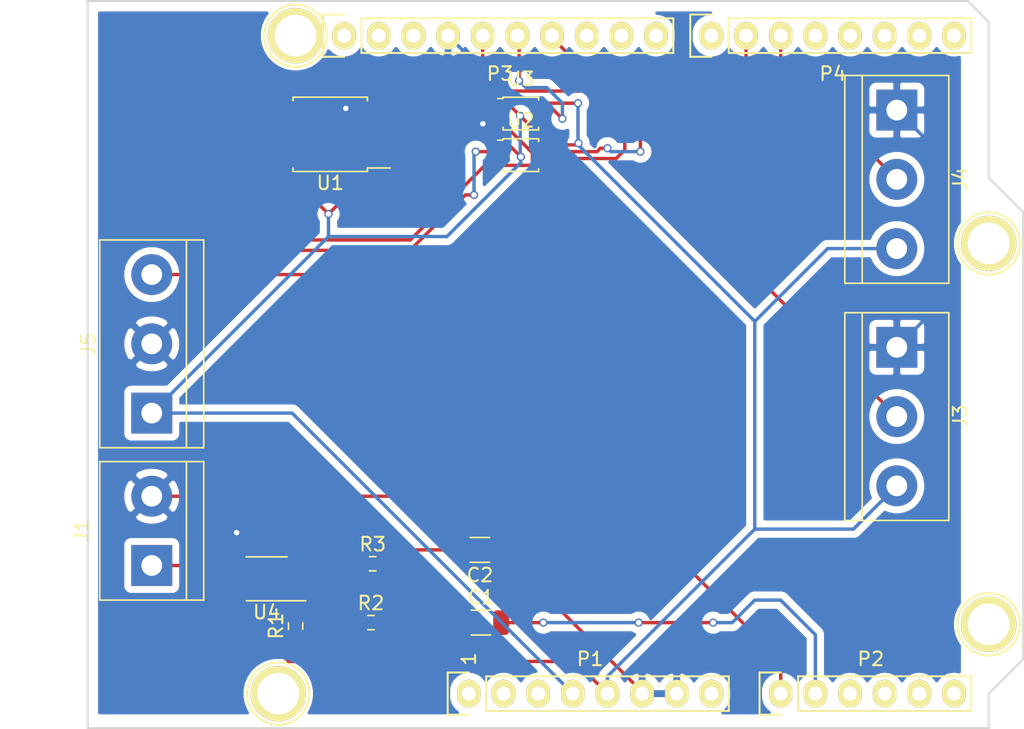
<source format=kicad_pcb>
(kicad_pcb (version 20171130) (host pcbnew "(5.1.10)-1")

  (general
    (thickness 1.6)
    (drawings 27)
    (tracks 186)
    (zones 0)
    (modules 21)
    (nets 48)
  )

  (page A4)
  (title_block
    (date "lun. 30 mars 2015")
  )

  (layers
    (0 F.Cu signal)
    (31 B.Cu signal)
    (32 B.Adhes user)
    (33 F.Adhes user)
    (34 B.Paste user)
    (35 F.Paste user)
    (36 B.SilkS user)
    (37 F.SilkS user)
    (38 B.Mask user)
    (39 F.Mask user)
    (40 Dwgs.User user)
    (41 Cmts.User user)
    (42 Eco1.User user)
    (43 Eco2.User user)
    (44 Edge.Cuts user)
    (45 Margin user)
    (46 B.CrtYd user)
    (47 F.CrtYd user)
    (48 B.Fab user)
    (49 F.Fab user)
  )

  (setup
    (last_trace_width 0.25)
    (trace_clearance 0.2)
    (zone_clearance 0.508)
    (zone_45_only no)
    (trace_min 0.2)
    (via_size 0.6)
    (via_drill 0.4)
    (via_min_size 0.4)
    (via_min_drill 0.3)
    (uvia_size 0.3)
    (uvia_drill 0.1)
    (uvias_allowed no)
    (uvia_min_size 0.2)
    (uvia_min_drill 0.1)
    (edge_width 0.15)
    (segment_width 0.15)
    (pcb_text_width 0.3)
    (pcb_text_size 1.5 1.5)
    (mod_edge_width 0.15)
    (mod_text_size 1 1)
    (mod_text_width 0.15)
    (pad_size 4.064 4.064)
    (pad_drill 3.048)
    (pad_to_mask_clearance 0)
    (aux_axis_origin 110.998 126.365)
    (grid_origin 110.998 126.365)
    (visible_elements 7FFFFFFF)
    (pcbplotparams
      (layerselection 0x00030_80000001)
      (usegerberextensions false)
      (usegerberattributes true)
      (usegerberadvancedattributes true)
      (creategerberjobfile true)
      (excludeedgelayer true)
      (linewidth 0.100000)
      (plotframeref false)
      (viasonmask false)
      (mode 1)
      (useauxorigin false)
      (hpglpennumber 1)
      (hpglpenspeed 20)
      (hpglpendiameter 15.000000)
      (psnegative false)
      (psa4output false)
      (plotreference true)
      (plotvalue true)
      (plotinvisibletext false)
      (padsonsilk false)
      (subtractmaskfromsilk false)
      (outputformat 1)
      (mirror false)
      (drillshape 1)
      (scaleselection 1)
      (outputdirectory ""))
  )

  (net 0 "")
  (net 1 /IOREF)
  (net 2 /Reset)
  (net 3 +5V)
  (net 4 GND)
  (net 5 /Vin)
  (net 6 /A0)
  (net 7 /A1)
  (net 8 /A2)
  (net 9 /A3)
  (net 10 /AREF)
  (net 11 "/A4(SDA)")
  (net 12 "/A5(SCL)")
  (net 13 "/9(**)")
  (net 14 /8)
  (net 15 /7)
  (net 16 "/6(**)")
  (net 17 "/5(**)")
  (net 18 /4)
  (net 19 "/3(**)")
  (net 20 /2)
  (net 21 "/1(Tx)")
  (net 22 "/0(Rx)")
  (net 23 "Net-(P5-Pad1)")
  (net 24 "Net-(P6-Pad1)")
  (net 25 "Net-(P7-Pad1)")
  (net 26 "Net-(P8-Pad1)")
  (net 27 "/10(**/SS)")
  (net 28 "Net-(P1-Pad1)")
  (net 29 +3V3)
  (net 30 "Net-(U1-Pad7)")
  (net 31 "Net-(U1-Pad3)")
  (net 32 "/13(HV_SCK)")
  (net 33 "/12(HV_MISO)")
  (net 34 "/11(HV_MOSI)")
  (net 35 /LV_MOSI)
  (net 36 /LV_MISO)
  (net 37 /LV_SCK)
  (net 38 "Net-(U3-Pad6)")
  (net 39 "Net-(U3-Pad3)")
  (net 40 "/A5(SCL_)")
  (net 41 "/A4(SDA_)")
  (net 42 "Net-(C1-Pad1)")
  (net 43 "Net-(C2-Pad2)")
  (net 44 "Net-(J1-Pad1)")
  (net 45 "Net-(R1-Pad2)")
  (net 46 "Net-(R2-Pad1)")
  (net 47 "Net-(R3-Pad1)")

  (net_class Default "This is the default net class."
    (clearance 0.2)
    (trace_width 0.25)
    (via_dia 0.6)
    (via_drill 0.4)
    (uvia_dia 0.3)
    (uvia_drill 0.1)
    (add_net +3V3)
    (add_net +5V)
    (add_net "/0(Rx)")
    (add_net "/1(Tx)")
    (add_net "/10(**/SS)")
    (add_net "/11(HV_MOSI)")
    (add_net "/12(HV_MISO)")
    (add_net "/13(HV_SCK)")
    (add_net /2)
    (add_net "/3(**)")
    (add_net /4)
    (add_net "/5(**)")
    (add_net "/6(**)")
    (add_net /7)
    (add_net /8)
    (add_net "/9(**)")
    (add_net /A0)
    (add_net /A1)
    (add_net /A2)
    (add_net /A3)
    (add_net "/A4(SDA)")
    (add_net "/A4(SDA_)")
    (add_net "/A5(SCL)")
    (add_net "/A5(SCL_)")
    (add_net /AREF)
    (add_net /IOREF)
    (add_net /LV_MISO)
    (add_net /LV_MOSI)
    (add_net /LV_SCK)
    (add_net /Reset)
    (add_net /Vin)
    (add_net GND)
    (add_net "Net-(C1-Pad1)")
    (add_net "Net-(C2-Pad2)")
    (add_net "Net-(J1-Pad1)")
    (add_net "Net-(P1-Pad1)")
    (add_net "Net-(P5-Pad1)")
    (add_net "Net-(P6-Pad1)")
    (add_net "Net-(P7-Pad1)")
    (add_net "Net-(P8-Pad1)")
    (add_net "Net-(R1-Pad2)")
    (add_net "Net-(R2-Pad1)")
    (add_net "Net-(R3-Pad1)")
    (add_net "Net-(U1-Pad3)")
    (add_net "Net-(U1-Pad7)")
    (add_net "Net-(U3-Pad3)")
    (add_net "Net-(U3-Pad6)")
  )

  (module Package_SO:MSOP-8-1EP_3x3mm_P0.65mm_EP1.68x1.88mm (layer F.Cu) (tedit 5DC5FE75) (tstamp 61498A89)
    (at 124.118 115.405 180)
    (descr "MSOP, 8 Pin (https://www.analog.com/media/en/technical-documentation/data-sheets/4440fb.pdf#page=13), generated with kicad-footprint-generator ipc_gullwing_generator.py")
    (tags "MSOP SO")
    (path /614A0425)
    (attr smd)
    (fp_text reference U4 (at 0 -2.45) (layer F.SilkS)
      (effects (font (size 1 1) (thickness 0.15)))
    )
    (fp_text value TPA2005D1DRB (at 0 2.45) (layer F.Fab)
      (effects (font (size 1 1) (thickness 0.15)))
    )
    (fp_text user %R (at 0 0) (layer F.Fab)
      (effects (font (size 0.75 0.75) (thickness 0.11)))
    )
    (fp_line (start 0 1.61) (end 1.5 1.61) (layer F.SilkS) (width 0.12))
    (fp_line (start 0 1.61) (end -1.5 1.61) (layer F.SilkS) (width 0.12))
    (fp_line (start 0 -1.61) (end 1.5 -1.61) (layer F.SilkS) (width 0.12))
    (fp_line (start 0 -1.61) (end -2.875 -1.61) (layer F.SilkS) (width 0.12))
    (fp_line (start -0.75 -1.5) (end 1.5 -1.5) (layer F.Fab) (width 0.1))
    (fp_line (start 1.5 -1.5) (end 1.5 1.5) (layer F.Fab) (width 0.1))
    (fp_line (start 1.5 1.5) (end -1.5 1.5) (layer F.Fab) (width 0.1))
    (fp_line (start -1.5 1.5) (end -1.5 -0.75) (layer F.Fab) (width 0.1))
    (fp_line (start -1.5 -0.75) (end -0.75 -1.5) (layer F.Fab) (width 0.1))
    (fp_line (start -3.12 -1.75) (end -3.12 1.75) (layer F.CrtYd) (width 0.05))
    (fp_line (start -3.12 1.75) (end 3.12 1.75) (layer F.CrtYd) (width 0.05))
    (fp_line (start 3.12 1.75) (end 3.12 -1.75) (layer F.CrtYd) (width 0.05))
    (fp_line (start 3.12 -1.75) (end -3.12 -1.75) (layer F.CrtYd) (width 0.05))
    (pad "" smd roundrect (at 0.42 0.47 180) (size 0.68 0.76) (layers F.Paste) (roundrect_rratio 0.25))
    (pad "" smd roundrect (at 0.42 -0.47 180) (size 0.68 0.76) (layers F.Paste) (roundrect_rratio 0.25))
    (pad "" smd roundrect (at -0.42 0.47 180) (size 0.68 0.76) (layers F.Paste) (roundrect_rratio 0.25))
    (pad "" smd roundrect (at -0.42 -0.47 180) (size 0.68 0.76) (layers F.Paste) (roundrect_rratio 0.25))
    (pad 9 smd rect (at 0 0 180) (size 1.68 1.88) (layers F.Cu F.Mask)
      (net 4 GND))
    (pad 8 smd roundrect (at 2.15 -0.975 180) (size 1.45 0.4) (layers F.Cu F.Paste F.Mask) (roundrect_rratio 0.25)
      (net 4 GND))
    (pad 7 smd roundrect (at 2.15 -0.325 180) (size 1.45 0.4) (layers F.Cu F.Paste F.Mask) (roundrect_rratio 0.25)
      (net 4 GND))
    (pad 6 smd roundrect (at 2.15 0.325 180) (size 1.45 0.4) (layers F.Cu F.Paste F.Mask) (roundrect_rratio 0.25)
      (net 3 +5V))
    (pad 5 smd roundrect (at 2.15 0.975 180) (size 1.45 0.4) (layers F.Cu F.Paste F.Mask) (roundrect_rratio 0.25)
      (net 44 "Net-(J1-Pad1)"))
    (pad 4 smd roundrect (at -2.15 0.975 180) (size 1.45 0.4) (layers F.Cu F.Paste F.Mask) (roundrect_rratio 0.25)
      (net 47 "Net-(R3-Pad1)"))
    (pad 3 smd roundrect (at -2.15 0.325 180) (size 1.45 0.4) (layers F.Cu F.Paste F.Mask) (roundrect_rratio 0.25)
      (net 46 "Net-(R2-Pad1)"))
    (pad 2 smd roundrect (at -2.15 -0.325 180) (size 1.45 0.4) (layers F.Cu F.Paste F.Mask) (roundrect_rratio 0.25))
    (pad 1 smd roundrect (at -2.15 -0.975 180) (size 1.45 0.4) (layers F.Cu F.Paste F.Mask) (roundrect_rratio 0.25)
      (net 45 "Net-(R1-Pad2)"))
    (model ${KISYS3DMOD}/Package_SO.3dshapes/MSOP-8-1EP_3x3mm_P0.65mm_EP1.68x1.88mm.wrl
      (at (xyz 0 0 0))
      (scale (xyz 1 1 1))
      (rotate (xyz 0 0 0))
    )
  )

  (module Resistor_SMD:R_0603_1608Metric (layer F.Cu) (tedit 5F68FEEE) (tstamp 614989BE)
    (at 131.889 114.3)
    (descr "Resistor SMD 0603 (1608 Metric), square (rectangular) end terminal, IPC_7351 nominal, (Body size source: IPC-SM-782 page 72, https://www.pcb-3d.com/wordpress/wp-content/uploads/ipc-sm-782a_amendment_1_and_2.pdf), generated with kicad-footprint-generator")
    (tags resistor)
    (path /614F1F47)
    (attr smd)
    (fp_text reference R3 (at 0 -1.43) (layer F.SilkS)
      (effects (font (size 1 1) (thickness 0.15)))
    )
    (fp_text value 150k (at 0 1.43) (layer F.Fab)
      (effects (font (size 1 1) (thickness 0.15)))
    )
    (fp_text user %R (at 0 0) (layer F.Fab)
      (effects (font (size 0.4 0.4) (thickness 0.06)))
    )
    (fp_line (start -0.8 0.4125) (end -0.8 -0.4125) (layer F.Fab) (width 0.1))
    (fp_line (start -0.8 -0.4125) (end 0.8 -0.4125) (layer F.Fab) (width 0.1))
    (fp_line (start 0.8 -0.4125) (end 0.8 0.4125) (layer F.Fab) (width 0.1))
    (fp_line (start 0.8 0.4125) (end -0.8 0.4125) (layer F.Fab) (width 0.1))
    (fp_line (start -0.237258 -0.5225) (end 0.237258 -0.5225) (layer F.SilkS) (width 0.12))
    (fp_line (start -0.237258 0.5225) (end 0.237258 0.5225) (layer F.SilkS) (width 0.12))
    (fp_line (start -1.48 0.73) (end -1.48 -0.73) (layer F.CrtYd) (width 0.05))
    (fp_line (start -1.48 -0.73) (end 1.48 -0.73) (layer F.CrtYd) (width 0.05))
    (fp_line (start 1.48 -0.73) (end 1.48 0.73) (layer F.CrtYd) (width 0.05))
    (fp_line (start 1.48 0.73) (end -1.48 0.73) (layer F.CrtYd) (width 0.05))
    (pad 2 smd roundrect (at 0.825 0) (size 0.8 0.95) (layers F.Cu F.Paste F.Mask) (roundrect_rratio 0.25)
      (net 43 "Net-(C2-Pad2)"))
    (pad 1 smd roundrect (at -0.825 0) (size 0.8 0.95) (layers F.Cu F.Paste F.Mask) (roundrect_rratio 0.25)
      (net 47 "Net-(R3-Pad1)"))
    (model ${KISYS3DMOD}/Resistor_SMD.3dshapes/R_0603_1608Metric.wrl
      (at (xyz 0 0 0))
      (scale (xyz 1 1 1))
      (rotate (xyz 0 0 0))
    )
  )

  (module Resistor_SMD:R_0603_1608Metric (layer F.Cu) (tedit 5F68FEEE) (tstamp 614989AD)
    (at 131.763 118.618)
    (descr "Resistor SMD 0603 (1608 Metric), square (rectangular) end terminal, IPC_7351 nominal, (Body size source: IPC-SM-782 page 72, https://www.pcb-3d.com/wordpress/wp-content/uploads/ipc-sm-782a_amendment_1_and_2.pdf), generated with kicad-footprint-generator")
    (tags resistor)
    (path /614F137B)
    (attr smd)
    (fp_text reference R2 (at 0 -1.43) (layer F.SilkS)
      (effects (font (size 1 1) (thickness 0.15)))
    )
    (fp_text value 150k (at 0 1.43) (layer F.Fab)
      (effects (font (size 1 1) (thickness 0.15)))
    )
    (fp_text user %R (at 0 0) (layer F.Fab)
      (effects (font (size 0.4 0.4) (thickness 0.06)))
    )
    (fp_line (start -0.8 0.4125) (end -0.8 -0.4125) (layer F.Fab) (width 0.1))
    (fp_line (start -0.8 -0.4125) (end 0.8 -0.4125) (layer F.Fab) (width 0.1))
    (fp_line (start 0.8 -0.4125) (end 0.8 0.4125) (layer F.Fab) (width 0.1))
    (fp_line (start 0.8 0.4125) (end -0.8 0.4125) (layer F.Fab) (width 0.1))
    (fp_line (start -0.237258 -0.5225) (end 0.237258 -0.5225) (layer F.SilkS) (width 0.12))
    (fp_line (start -0.237258 0.5225) (end 0.237258 0.5225) (layer F.SilkS) (width 0.12))
    (fp_line (start -1.48 0.73) (end -1.48 -0.73) (layer F.CrtYd) (width 0.05))
    (fp_line (start -1.48 -0.73) (end 1.48 -0.73) (layer F.CrtYd) (width 0.05))
    (fp_line (start 1.48 -0.73) (end 1.48 0.73) (layer F.CrtYd) (width 0.05))
    (fp_line (start 1.48 0.73) (end -1.48 0.73) (layer F.CrtYd) (width 0.05))
    (pad 2 smd roundrect (at 0.825 0) (size 0.8 0.95) (layers F.Cu F.Paste F.Mask) (roundrect_rratio 0.25)
      (net 42 "Net-(C1-Pad1)"))
    (pad 1 smd roundrect (at -0.825 0) (size 0.8 0.95) (layers F.Cu F.Paste F.Mask) (roundrect_rratio 0.25)
      (net 46 "Net-(R2-Pad1)"))
    (model ${KISYS3DMOD}/Resistor_SMD.3dshapes/R_0603_1608Metric.wrl
      (at (xyz 0 0 0))
      (scale (xyz 1 1 1))
      (rotate (xyz 0 0 0))
    )
  )

  (module Resistor_SMD:R_0603_1608Metric (layer F.Cu) (tedit 5F68FEEE) (tstamp 6149899C)
    (at 126.238 118.872 90)
    (descr "Resistor SMD 0603 (1608 Metric), square (rectangular) end terminal, IPC_7351 nominal, (Body size source: IPC-SM-782 page 72, https://www.pcb-3d.com/wordpress/wp-content/uploads/ipc-sm-782a_amendment_1_and_2.pdf), generated with kicad-footprint-generator")
    (tags resistor)
    (path /614A518A)
    (attr smd)
    (fp_text reference R1 (at 0 -1.43 90) (layer F.SilkS)
      (effects (font (size 1 1) (thickness 0.15)))
    )
    (fp_text value 10K (at 0 1.43 90) (layer F.Fab)
      (effects (font (size 1 1) (thickness 0.15)))
    )
    (fp_text user %R (at 0 0 90) (layer F.Fab)
      (effects (font (size 0.4 0.4) (thickness 0.06)))
    )
    (fp_line (start -0.8 0.4125) (end -0.8 -0.4125) (layer F.Fab) (width 0.1))
    (fp_line (start -0.8 -0.4125) (end 0.8 -0.4125) (layer F.Fab) (width 0.1))
    (fp_line (start 0.8 -0.4125) (end 0.8 0.4125) (layer F.Fab) (width 0.1))
    (fp_line (start 0.8 0.4125) (end -0.8 0.4125) (layer F.Fab) (width 0.1))
    (fp_line (start -0.237258 -0.5225) (end 0.237258 -0.5225) (layer F.SilkS) (width 0.12))
    (fp_line (start -0.237258 0.5225) (end 0.237258 0.5225) (layer F.SilkS) (width 0.12))
    (fp_line (start -1.48 0.73) (end -1.48 -0.73) (layer F.CrtYd) (width 0.05))
    (fp_line (start -1.48 -0.73) (end 1.48 -0.73) (layer F.CrtYd) (width 0.05))
    (fp_line (start 1.48 -0.73) (end 1.48 0.73) (layer F.CrtYd) (width 0.05))
    (fp_line (start 1.48 0.73) (end -1.48 0.73) (layer F.CrtYd) (width 0.05))
    (pad 2 smd roundrect (at 0.825 0 90) (size 0.8 0.95) (layers F.Cu F.Paste F.Mask) (roundrect_rratio 0.25)
      (net 45 "Net-(R1-Pad2)"))
    (pad 1 smd roundrect (at -0.825 0 90) (size 0.8 0.95) (layers F.Cu F.Paste F.Mask) (roundrect_rratio 0.25)
      (net 3 +5V))
    (model ${KISYS3DMOD}/Resistor_SMD.3dshapes/R_0603_1608Metric.wrl
      (at (xyz 0 0 0))
      (scale (xyz 1 1 1))
      (rotate (xyz 0 0 0))
    )
  )

  (module TerminalBlock:TerminalBlock_bornier-2_P5.08mm (layer F.Cu) (tedit 59FF03AB) (tstamp 6149884A)
    (at 115.697 114.427 90)
    (descr "simple 2-pin terminal block, pitch 5.08mm, revamped version of bornier2")
    (tags "terminal block bornier2")
    (path /614AE855)
    (fp_text reference J1 (at 2.54 -5.08 90) (layer F.SilkS)
      (effects (font (size 1 1) (thickness 0.15)))
    )
    (fp_text value Speaker_OUT (at 2.54 5.08 90) (layer F.Fab)
      (effects (font (size 1 1) (thickness 0.15)))
    )
    (fp_text user %R (at 2.54 0 90) (layer F.Fab)
      (effects (font (size 1 1) (thickness 0.15)))
    )
    (fp_line (start -2.41 2.55) (end 7.49 2.55) (layer F.Fab) (width 0.1))
    (fp_line (start -2.46 -3.75) (end -2.46 3.75) (layer F.Fab) (width 0.1))
    (fp_line (start -2.46 3.75) (end 7.54 3.75) (layer F.Fab) (width 0.1))
    (fp_line (start 7.54 3.75) (end 7.54 -3.75) (layer F.Fab) (width 0.1))
    (fp_line (start 7.54 -3.75) (end -2.46 -3.75) (layer F.Fab) (width 0.1))
    (fp_line (start 7.62 2.54) (end -2.54 2.54) (layer F.SilkS) (width 0.12))
    (fp_line (start 7.62 3.81) (end 7.62 -3.81) (layer F.SilkS) (width 0.12))
    (fp_line (start 7.62 -3.81) (end -2.54 -3.81) (layer F.SilkS) (width 0.12))
    (fp_line (start -2.54 -3.81) (end -2.54 3.81) (layer F.SilkS) (width 0.12))
    (fp_line (start -2.54 3.81) (end 7.62 3.81) (layer F.SilkS) (width 0.12))
    (fp_line (start -2.71 -4) (end 7.79 -4) (layer F.CrtYd) (width 0.05))
    (fp_line (start -2.71 -4) (end -2.71 4) (layer F.CrtYd) (width 0.05))
    (fp_line (start 7.79 4) (end 7.79 -4) (layer F.CrtYd) (width 0.05))
    (fp_line (start 7.79 4) (end -2.71 4) (layer F.CrtYd) (width 0.05))
    (pad 2 thru_hole circle (at 5.08 0 90) (size 3 3) (drill 1.52) (layers *.Cu *.Mask)
      (net 4 GND))
    (pad 1 thru_hole rect (at 0 0 90) (size 3 3) (drill 1.52) (layers *.Cu *.Mask)
      (net 44 "Net-(J1-Pad1)"))
    (model ${KISYS3DMOD}/TerminalBlock.3dshapes/TerminalBlock_bornier-2_P5.08mm.wrl
      (offset (xyz 2.539999961853027 0 0))
      (scale (xyz 1 1 1))
      (rotate (xyz 0 0 0))
    )
  )

  (module Capacitor_SMD:C_1206_3216Metric (layer F.Cu) (tedit 5F68FEEE) (tstamp 61498835)
    (at 139.749 113.284 180)
    (descr "Capacitor SMD 1206 (3216 Metric), square (rectangular) end terminal, IPC_7351 nominal, (Body size source: IPC-SM-782 page 76, https://www.pcb-3d.com/wordpress/wp-content/uploads/ipc-sm-782a_amendment_1_and_2.pdf), generated with kicad-footprint-generator")
    (tags capacitor)
    (path /614F391E)
    (attr smd)
    (fp_text reference C2 (at 0 -1.85) (layer F.SilkS)
      (effects (font (size 1 1) (thickness 0.15)))
    )
    (fp_text value 1u (at 0 1.85) (layer F.Fab)
      (effects (font (size 1 1) (thickness 0.15)))
    )
    (fp_text user %R (at 0 0) (layer F.Fab)
      (effects (font (size 0.8 0.8) (thickness 0.12)))
    )
    (fp_line (start -1.6 0.8) (end -1.6 -0.8) (layer F.Fab) (width 0.1))
    (fp_line (start -1.6 -0.8) (end 1.6 -0.8) (layer F.Fab) (width 0.1))
    (fp_line (start 1.6 -0.8) (end 1.6 0.8) (layer F.Fab) (width 0.1))
    (fp_line (start 1.6 0.8) (end -1.6 0.8) (layer F.Fab) (width 0.1))
    (fp_line (start -0.711252 -0.91) (end 0.711252 -0.91) (layer F.SilkS) (width 0.12))
    (fp_line (start -0.711252 0.91) (end 0.711252 0.91) (layer F.SilkS) (width 0.12))
    (fp_line (start -2.3 1.15) (end -2.3 -1.15) (layer F.CrtYd) (width 0.05))
    (fp_line (start -2.3 -1.15) (end 2.3 -1.15) (layer F.CrtYd) (width 0.05))
    (fp_line (start 2.3 -1.15) (end 2.3 1.15) (layer F.CrtYd) (width 0.05))
    (fp_line (start 2.3 1.15) (end -2.3 1.15) (layer F.CrtYd) (width 0.05))
    (pad 2 smd roundrect (at 1.475 0 180) (size 1.15 1.8) (layers F.Cu F.Paste F.Mask) (roundrect_rratio 0.217391)
      (net 43 "Net-(C2-Pad2)"))
    (pad 1 smd roundrect (at -1.475 0 180) (size 1.15 1.8) (layers F.Cu F.Paste F.Mask) (roundrect_rratio 0.217391)
      (net 4 GND))
    (model ${KISYS3DMOD}/Capacitor_SMD.3dshapes/C_1206_3216Metric.wrl
      (at (xyz 0 0 0))
      (scale (xyz 1 1 1))
      (rotate (xyz 0 0 0))
    )
  )

  (module Capacitor_SMD:C_1206_3216Metric (layer F.Cu) (tedit 5F68FEEE) (tstamp 61498824)
    (at 139.827 118.618)
    (descr "Capacitor SMD 1206 (3216 Metric), square (rectangular) end terminal, IPC_7351 nominal, (Body size source: IPC-SM-782 page 76, https://www.pcb-3d.com/wordpress/wp-content/uploads/ipc-sm-782a_amendment_1_and_2.pdf), generated with kicad-footprint-generator")
    (tags capacitor)
    (path /614F2B3A)
    (attr smd)
    (fp_text reference C1 (at 0 -1.85) (layer F.SilkS)
      (effects (font (size 1 1) (thickness 0.15)))
    )
    (fp_text value 1u (at 0 1.85) (layer F.Fab)
      (effects (font (size 1 1) (thickness 0.15)))
    )
    (fp_text user %R (at 0 0) (layer F.Fab)
      (effects (font (size 0.8 0.8) (thickness 0.12)))
    )
    (fp_line (start -1.6 0.8) (end -1.6 -0.8) (layer F.Fab) (width 0.1))
    (fp_line (start -1.6 -0.8) (end 1.6 -0.8) (layer F.Fab) (width 0.1))
    (fp_line (start 1.6 -0.8) (end 1.6 0.8) (layer F.Fab) (width 0.1))
    (fp_line (start 1.6 0.8) (end -1.6 0.8) (layer F.Fab) (width 0.1))
    (fp_line (start -0.711252 -0.91) (end 0.711252 -0.91) (layer F.SilkS) (width 0.12))
    (fp_line (start -0.711252 0.91) (end 0.711252 0.91) (layer F.SilkS) (width 0.12))
    (fp_line (start -2.3 1.15) (end -2.3 -1.15) (layer F.CrtYd) (width 0.05))
    (fp_line (start -2.3 -1.15) (end 2.3 -1.15) (layer F.CrtYd) (width 0.05))
    (fp_line (start 2.3 -1.15) (end 2.3 1.15) (layer F.CrtYd) (width 0.05))
    (fp_line (start 2.3 1.15) (end -2.3 1.15) (layer F.CrtYd) (width 0.05))
    (pad 2 smd roundrect (at 1.475 0) (size 1.15 1.8) (layers F.Cu F.Paste F.Mask) (roundrect_rratio 0.217391)
      (net 7 /A1))
    (pad 1 smd roundrect (at -1.475 0) (size 1.15 1.8) (layers F.Cu F.Paste F.Mask) (roundrect_rratio 0.217391)
      (net 42 "Net-(C1-Pad1)"))
    (model ${KISYS3DMOD}/Capacitor_SMD.3dshapes/C_1206_3216Metric.wrl
      (at (xyz 0 0 0))
      (scale (xyz 1 1 1))
      (rotate (xyz 0 0 0))
    )
  )

  (module Package_SO:VSSOP-8_2.4x2.1mm_P0.5mm (layer F.Cu) (tedit 5A02F25C) (tstamp 6149D4C3)
    (at 142.748 81.28)
    (descr http://www.ti.com/lit/ml/mpds050d/mpds050d.pdf)
    (tags "VSSOP DCU R-PDSO-G8 Pitch0.5mm")
    (path /61839100)
    (attr smd)
    (fp_text reference U3 (at 0 -2.54) (layer F.SilkS)
      (effects (font (size 1 1) (thickness 0.15)))
    )
    (fp_text value SN74LVC2T45DCUR (at 0 2.413) (layer F.Fab)
      (effects (font (size 1 1) (thickness 0.15)))
    )
    (fp_line (start -2.18 1.3) (end -2.18 -1.3) (layer F.CrtYd) (width 0.05))
    (fp_line (start 2.18 1.3) (end -2.18 1.3) (layer F.CrtYd) (width 0.05))
    (fp_line (start 2.18 -1.3) (end 2.18 1.3) (layer F.CrtYd) (width 0.05))
    (fp_line (start -2.18 -1.3) (end 2.18 -1.3) (layer F.CrtYd) (width 0.05))
    (fp_line (start -1.3 1.2) (end -1.3 1) (layer F.SilkS) (width 0.12))
    (fp_line (start -1.3 -1.1) (end -1.7 -1.1) (layer F.SilkS) (width 0.12))
    (fp_line (start -1.3 -1.2) (end -1.3 -1.1) (layer F.SilkS) (width 0.12))
    (fp_line (start 1.3 -1.2) (end -1.3 -1.2) (layer F.SilkS) (width 0.12))
    (fp_line (start 1.3 -1) (end 1.3 -1.2) (layer F.SilkS) (width 0.12))
    (fp_line (start 1.3 1.2) (end 1.3 1) (layer F.SilkS) (width 0.12))
    (fp_line (start -1.3 1.2) (end 1.3 1.2) (layer F.SilkS) (width 0.12))
    (fp_line (start -1.2 -0.7) (end -1.2 1.05) (layer F.Fab) (width 0.1))
    (fp_line (start -0.9 -1.05) (end -1.2 -0.7) (layer F.Fab) (width 0.1))
    (fp_line (start 1.2 -1.05) (end -0.9 -1.05) (layer F.Fab) (width 0.1))
    (fp_line (start 1.2 1.05) (end 1.2 -1.05) (layer F.Fab) (width 0.1))
    (fp_line (start -1.2 1.05) (end 1.2 1.05) (layer F.Fab) (width 0.1))
    (fp_text user %R (at 0 0) (layer F.Fab)
      (effects (font (size 0.5 0.5) (thickness 0.1)))
    )
    (pad 8 smd rect (at 1.55 -0.75) (size 0.75 0.25) (layers F.Cu F.Paste F.Mask)
      (net 3 +5V))
    (pad 7 smd rect (at 1.55 -0.25) (size 0.75 0.25) (layers F.Cu F.Paste F.Mask)
      (net 33 "/12(HV_MISO)"))
    (pad 6 smd rect (at 1.55 0.25) (size 0.75 0.25) (layers F.Cu F.Paste F.Mask)
      (net 38 "Net-(U3-Pad6)"))
    (pad 5 smd rect (at 1.55 0.75) (size 0.75 0.25) (layers F.Cu F.Paste F.Mask)
      (net 29 +3V3))
    (pad 4 smd rect (at -1.55 0.75) (size 0.75 0.25) (layers F.Cu F.Paste F.Mask)
      (net 4 GND))
    (pad 3 smd rect (at -1.55 0.25) (size 0.75 0.25) (layers F.Cu F.Paste F.Mask)
      (net 39 "Net-(U3-Pad3)"))
    (pad 2 smd rect (at -1.55 -0.25) (size 0.75 0.25) (layers F.Cu F.Paste F.Mask)
      (net 36 /LV_MISO))
    (pad 1 smd rect (at -1.55 -0.75) (size 0.75 0.25) (layers F.Cu F.Paste F.Mask)
      (net 29 +3V3))
    (model ${KISYS3DMOD}/Package_SO.3dshapes/VSSOP-8_2.4x2.1mm_P0.5mm.wrl
      (at (xyz 0 0 0))
      (scale (xyz 1 1 1))
      (rotate (xyz 0 0 0))
    )
  )

  (module Package_SO:VSSOP-8_2.4x2.1mm_P0.5mm (layer F.Cu) (tedit 5A02F25C) (tstamp 6149D4A6)
    (at 142.748 84.328)
    (descr http://www.ti.com/lit/ml/mpds050d/mpds050d.pdf)
    (tags "VSSOP DCU R-PDSO-G8 Pitch0.5mm")
    (path /617F92B2)
    (attr smd)
    (fp_text reference U2 (at 0 -2.54) (layer F.SilkS)
      (effects (font (size 1 1) (thickness 0.15)))
    )
    (fp_text value SN74LVC2T45DCUR (at 0 2.413) (layer F.Fab)
      (effects (font (size 1 1) (thickness 0.15)))
    )
    (fp_line (start -2.18 1.3) (end -2.18 -1.3) (layer F.CrtYd) (width 0.05))
    (fp_line (start 2.18 1.3) (end -2.18 1.3) (layer F.CrtYd) (width 0.05))
    (fp_line (start 2.18 -1.3) (end 2.18 1.3) (layer F.CrtYd) (width 0.05))
    (fp_line (start -2.18 -1.3) (end 2.18 -1.3) (layer F.CrtYd) (width 0.05))
    (fp_line (start -1.3 1.2) (end -1.3 1) (layer F.SilkS) (width 0.12))
    (fp_line (start -1.3 -1.1) (end -1.7 -1.1) (layer F.SilkS) (width 0.12))
    (fp_line (start -1.3 -1.2) (end -1.3 -1.1) (layer F.SilkS) (width 0.12))
    (fp_line (start 1.3 -1.2) (end -1.3 -1.2) (layer F.SilkS) (width 0.12))
    (fp_line (start 1.3 -1) (end 1.3 -1.2) (layer F.SilkS) (width 0.12))
    (fp_line (start 1.3 1.2) (end 1.3 1) (layer F.SilkS) (width 0.12))
    (fp_line (start -1.3 1.2) (end 1.3 1.2) (layer F.SilkS) (width 0.12))
    (fp_line (start -1.2 -0.7) (end -1.2 1.05) (layer F.Fab) (width 0.1))
    (fp_line (start -0.9 -1.05) (end -1.2 -0.7) (layer F.Fab) (width 0.1))
    (fp_line (start 1.2 -1.05) (end -0.9 -1.05) (layer F.Fab) (width 0.1))
    (fp_line (start 1.2 1.05) (end 1.2 -1.05) (layer F.Fab) (width 0.1))
    (fp_line (start -1.2 1.05) (end 1.2 1.05) (layer F.Fab) (width 0.1))
    (fp_text user %R (at 0 0) (layer F.Fab)
      (effects (font (size 0.5 0.5) (thickness 0.1)))
    )
    (pad 8 smd rect (at 1.55 -0.75) (size 0.75 0.25) (layers F.Cu F.Paste F.Mask)
      (net 3 +5V))
    (pad 7 smd rect (at 1.55 -0.25) (size 0.75 0.25) (layers F.Cu F.Paste F.Mask)
      (net 34 "/11(HV_MOSI)"))
    (pad 6 smd rect (at 1.55 0.25) (size 0.75 0.25) (layers F.Cu F.Paste F.Mask)
      (net 32 "/13(HV_SCK)"))
    (pad 5 smd rect (at 1.55 0.75) (size 0.75 0.25) (layers F.Cu F.Paste F.Mask)
      (net 4 GND))
    (pad 4 smd rect (at -1.55 0.75) (size 0.75 0.25) (layers F.Cu F.Paste F.Mask)
      (net 4 GND))
    (pad 3 smd rect (at -1.55 0.25) (size 0.75 0.25) (layers F.Cu F.Paste F.Mask)
      (net 37 /LV_SCK))
    (pad 2 smd rect (at -1.55 -0.25) (size 0.75 0.25) (layers F.Cu F.Paste F.Mask)
      (net 35 /LV_MOSI))
    (pad 1 smd rect (at -1.55 -0.75) (size 0.75 0.25) (layers F.Cu F.Paste F.Mask)
      (net 29 +3V3))
    (model ${KISYS3DMOD}/Package_SO.3dshapes/VSSOP-8_2.4x2.1mm_P0.5mm.wrl
      (at (xyz 0 0 0))
      (scale (xyz 1 1 1))
      (rotate (xyz 0 0 0))
    )
  )

  (module TerminalBlock:TerminalBlock_bornier-3_P5.08mm (layer F.Cu) (tedit 59FF03B9) (tstamp 6149BD11)
    (at 115.697 103.251 90)
    (descr "simple 3-pin terminal block, pitch 5.08mm, revamped version of bornier3")
    (tags "terminal block bornier3")
    (path /616CCC33)
    (fp_text reference J5 (at 5.05 -4.65 90) (layer F.SilkS)
      (effects (font (size 1 1) (thickness 0.15)))
    )
    (fp_text value MIC_IN (at 5.08 5.08 90) (layer F.Fab)
      (effects (font (size 1 1) (thickness 0.15)))
    )
    (fp_line (start 12.88 4) (end -2.72 4) (layer F.CrtYd) (width 0.05))
    (fp_line (start 12.88 4) (end 12.88 -4) (layer F.CrtYd) (width 0.05))
    (fp_line (start -2.72 -4) (end -2.72 4) (layer F.CrtYd) (width 0.05))
    (fp_line (start -2.72 -4) (end 12.88 -4) (layer F.CrtYd) (width 0.05))
    (fp_line (start -2.54 3.81) (end 12.7 3.81) (layer F.SilkS) (width 0.12))
    (fp_line (start -2.54 -3.81) (end 12.7 -3.81) (layer F.SilkS) (width 0.12))
    (fp_line (start -2.54 2.54) (end 12.7 2.54) (layer F.SilkS) (width 0.12))
    (fp_line (start 12.7 3.81) (end 12.7 -3.81) (layer F.SilkS) (width 0.12))
    (fp_line (start -2.54 3.81) (end -2.54 -3.81) (layer F.SilkS) (width 0.12))
    (fp_line (start -2.47 3.75) (end -2.47 -3.75) (layer F.Fab) (width 0.1))
    (fp_line (start 12.63 3.75) (end -2.47 3.75) (layer F.Fab) (width 0.1))
    (fp_line (start 12.63 -3.75) (end 12.63 3.75) (layer F.Fab) (width 0.1))
    (fp_line (start -2.47 -3.75) (end 12.63 -3.75) (layer F.Fab) (width 0.1))
    (fp_line (start -2.47 2.55) (end 12.63 2.55) (layer F.Fab) (width 0.1))
    (fp_text user %R (at 5.08 0 90) (layer F.Fab)
      (effects (font (size 1 1) (thickness 0.15)))
    )
    (pad 3 thru_hole circle (at 10.16 0 90) (size 3 3) (drill 1.52) (layers *.Cu *.Mask)
      (net 6 /A0))
    (pad 2 thru_hole circle (at 5.08 0 90) (size 3 3) (drill 1.52) (layers *.Cu *.Mask)
      (net 4 GND))
    (pad 1 thru_hole rect (at 0 0 90) (size 3 3) (drill 1.52) (layers *.Cu *.Mask)
      (net 29 +3V3))
    (model ${KISYS3DMOD}/TerminalBlock.3dshapes/TerminalBlock_bornier-3_P5.08mm.wrl
      (offset (xyz 5.079999923706055 0 0))
      (scale (xyz 1 1 1))
      (rotate (xyz 0 0 0))
    )
  )

  (module TerminalBlock:TerminalBlock_bornier-3_P5.08mm (layer F.Cu) (tedit 59FF03B9) (tstamp 6149BCFB)
    (at 170.307 81.026 270)
    (descr "simple 3-pin terminal block, pitch 5.08mm, revamped version of bornier3")
    (tags "terminal block bornier3")
    (path /6168331A)
    (fp_text reference J4 (at 5.05 -4.65 90) (layer F.SilkS)
      (effects (font (size 1 1) (thickness 0.15)))
    )
    (fp_text value Screw_Terminal_01x03 (at 5.08 5.08 90) (layer F.Fab)
      (effects (font (size 1 1) (thickness 0.15)))
    )
    (fp_line (start -2.47 2.55) (end 12.63 2.55) (layer F.Fab) (width 0.1))
    (fp_line (start -2.47 -3.75) (end 12.63 -3.75) (layer F.Fab) (width 0.1))
    (fp_line (start 12.63 -3.75) (end 12.63 3.75) (layer F.Fab) (width 0.1))
    (fp_line (start 12.63 3.75) (end -2.47 3.75) (layer F.Fab) (width 0.1))
    (fp_line (start -2.47 3.75) (end -2.47 -3.75) (layer F.Fab) (width 0.1))
    (fp_line (start -2.54 3.81) (end -2.54 -3.81) (layer F.SilkS) (width 0.12))
    (fp_line (start 12.7 3.81) (end 12.7 -3.81) (layer F.SilkS) (width 0.12))
    (fp_line (start -2.54 2.54) (end 12.7 2.54) (layer F.SilkS) (width 0.12))
    (fp_line (start -2.54 -3.81) (end 12.7 -3.81) (layer F.SilkS) (width 0.12))
    (fp_line (start -2.54 3.81) (end 12.7 3.81) (layer F.SilkS) (width 0.12))
    (fp_line (start -2.72 -4) (end 12.88 -4) (layer F.CrtYd) (width 0.05))
    (fp_line (start -2.72 -4) (end -2.72 4) (layer F.CrtYd) (width 0.05))
    (fp_line (start 12.88 4) (end 12.88 -4) (layer F.CrtYd) (width 0.05))
    (fp_line (start 12.88 4) (end -2.72 4) (layer F.CrtYd) (width 0.05))
    (fp_text user %R (at 5.08 0 90) (layer F.Fab)
      (effects (font (size 1 1) (thickness 0.15)))
    )
    (pad 1 thru_hole rect (at 0 0 270) (size 3 3) (drill 1.52) (layers *.Cu *.Mask)
      (net 4 GND))
    (pad 2 thru_hole circle (at 5.08 0 270) (size 3 3) (drill 1.52) (layers *.Cu *.Mask)
      (net 17 "/5(**)"))
    (pad 3 thru_hole circle (at 10.16 0 270) (size 3 3) (drill 1.52) (layers *.Cu *.Mask)
      (net 3 +5V))
    (model ${KISYS3DMOD}/TerminalBlock.3dshapes/TerminalBlock_bornier-3_P5.08mm.wrl
      (offset (xyz 5.079999923706055 0 0))
      (scale (xyz 1 1 1))
      (rotate (xyz 0 0 0))
    )
  )

  (module TerminalBlock:TerminalBlock_bornier-3_P5.08mm (layer F.Cu) (tedit 59FF03B9) (tstamp 6149BCE5)
    (at 170.307 98.425 270)
    (descr "simple 3-pin terminal block, pitch 5.08mm, revamped version of bornier3")
    (tags "terminal block bornier3")
    (path /6168201A)
    (fp_text reference J3 (at 5.05 -4.65 90) (layer F.SilkS)
      (effects (font (size 1 1) (thickness 0.15)))
    )
    (fp_text value Screw_Terminal_01x03 (at 5.08 5.08 90) (layer F.Fab)
      (effects (font (size 1 1) (thickness 0.15)))
    )
    (fp_line (start 12.88 4) (end -2.72 4) (layer F.CrtYd) (width 0.05))
    (fp_line (start 12.88 4) (end 12.88 -4) (layer F.CrtYd) (width 0.05))
    (fp_line (start -2.72 -4) (end -2.72 4) (layer F.CrtYd) (width 0.05))
    (fp_line (start -2.72 -4) (end 12.88 -4) (layer F.CrtYd) (width 0.05))
    (fp_line (start -2.54 3.81) (end 12.7 3.81) (layer F.SilkS) (width 0.12))
    (fp_line (start -2.54 -3.81) (end 12.7 -3.81) (layer F.SilkS) (width 0.12))
    (fp_line (start -2.54 2.54) (end 12.7 2.54) (layer F.SilkS) (width 0.12))
    (fp_line (start 12.7 3.81) (end 12.7 -3.81) (layer F.SilkS) (width 0.12))
    (fp_line (start -2.54 3.81) (end -2.54 -3.81) (layer F.SilkS) (width 0.12))
    (fp_line (start -2.47 3.75) (end -2.47 -3.75) (layer F.Fab) (width 0.1))
    (fp_line (start 12.63 3.75) (end -2.47 3.75) (layer F.Fab) (width 0.1))
    (fp_line (start 12.63 -3.75) (end 12.63 3.75) (layer F.Fab) (width 0.1))
    (fp_line (start -2.47 -3.75) (end 12.63 -3.75) (layer F.Fab) (width 0.1))
    (fp_line (start -2.47 2.55) (end 12.63 2.55) (layer F.Fab) (width 0.1))
    (fp_text user %R (at 5.08 0 90) (layer F.Fab)
      (effects (font (size 1 1) (thickness 0.15)))
    )
    (pad 3 thru_hole circle (at 10.16 0 270) (size 3 3) (drill 1.52) (layers *.Cu *.Mask)
      (net 3 +5V))
    (pad 2 thru_hole circle (at 5.08 0 270) (size 3 3) (drill 1.52) (layers *.Cu *.Mask)
      (net 16 "/6(**)"))
    (pad 1 thru_hole rect (at 0 0 270) (size 3 3) (drill 1.52) (layers *.Cu *.Mask)
      (net 4 GND))
    (model ${KISYS3DMOD}/TerminalBlock.3dshapes/TerminalBlock_bornier-3_P5.08mm.wrl
      (offset (xyz 5.079999923706055 0 0))
      (scale (xyz 1 1 1))
      (rotate (xyz 0 0 0))
    )
  )

  (module Package_SO:SOIC-8_5.23x5.23mm_P1.27mm (layer F.Cu) (tedit 5D9F72B1) (tstamp 61485B76)
    (at 128.778 82.804 180)
    (descr "SOIC, 8 Pin (http://www.winbond.com/resource-files/w25q32jv%20revg%2003272018%20plus.pdf#page=68), generated with kicad-footprint-generator ipc_gullwing_generator.py")
    (tags "SOIC SO")
    (path /6148261A)
    (attr smd)
    (fp_text reference U1 (at 0 -3.56) (layer F.SilkS)
      (effects (font (size 1 1) (thickness 0.15)))
    )
    (fp_text value W25Q128JVS (at 0 3.56) (layer F.Fab)
      (effects (font (size 1 1) (thickness 0.15)))
    )
    (fp_line (start 0 2.725) (end 2.725 2.725) (layer F.SilkS) (width 0.12))
    (fp_line (start 2.725 2.725) (end 2.725 2.465) (layer F.SilkS) (width 0.12))
    (fp_line (start 0 2.725) (end -2.725 2.725) (layer F.SilkS) (width 0.12))
    (fp_line (start -2.725 2.725) (end -2.725 2.465) (layer F.SilkS) (width 0.12))
    (fp_line (start 0 -2.725) (end 2.725 -2.725) (layer F.SilkS) (width 0.12))
    (fp_line (start 2.725 -2.725) (end 2.725 -2.465) (layer F.SilkS) (width 0.12))
    (fp_line (start 0 -2.725) (end -2.725 -2.725) (layer F.SilkS) (width 0.12))
    (fp_line (start -2.725 -2.725) (end -2.725 -2.465) (layer F.SilkS) (width 0.12))
    (fp_line (start -2.725 -2.465) (end -4.4 -2.465) (layer F.SilkS) (width 0.12))
    (fp_line (start -1.615 -2.615) (end 2.615 -2.615) (layer F.Fab) (width 0.1))
    (fp_line (start 2.615 -2.615) (end 2.615 2.615) (layer F.Fab) (width 0.1))
    (fp_line (start 2.615 2.615) (end -2.615 2.615) (layer F.Fab) (width 0.1))
    (fp_line (start -2.615 2.615) (end -2.615 -1.615) (layer F.Fab) (width 0.1))
    (fp_line (start -2.615 -1.615) (end -1.615 -2.615) (layer F.Fab) (width 0.1))
    (fp_line (start -4.65 -2.86) (end -4.65 2.86) (layer F.CrtYd) (width 0.05))
    (fp_line (start -4.65 2.86) (end 4.65 2.86) (layer F.CrtYd) (width 0.05))
    (fp_line (start 4.65 2.86) (end 4.65 -2.86) (layer F.CrtYd) (width 0.05))
    (fp_line (start 4.65 -2.86) (end -4.65 -2.86) (layer F.CrtYd) (width 0.05))
    (fp_text user %R (at 0 0) (layer F.Fab)
      (effects (font (size 1 1) (thickness 0.15)))
    )
    (pad 8 smd roundrect (at 3.6 -1.905 180) (size 1.6 0.6) (layers F.Cu F.Paste F.Mask) (roundrect_rratio 0.25)
      (net 29 +3V3))
    (pad 7 smd roundrect (at 3.6 -0.635 180) (size 1.6 0.6) (layers F.Cu F.Paste F.Mask) (roundrect_rratio 0.25)
      (net 30 "Net-(U1-Pad7)"))
    (pad 6 smd roundrect (at 3.6 0.635 180) (size 1.6 0.6) (layers F.Cu F.Paste F.Mask) (roundrect_rratio 0.25)
      (net 37 /LV_SCK))
    (pad 5 smd roundrect (at 3.6 1.905 180) (size 1.6 0.6) (layers F.Cu F.Paste F.Mask) (roundrect_rratio 0.25)
      (net 35 /LV_MOSI))
    (pad 4 smd roundrect (at -3.6 1.905 180) (size 1.6 0.6) (layers F.Cu F.Paste F.Mask) (roundrect_rratio 0.25)
      (net 4 GND))
    (pad 3 smd roundrect (at -3.6 0.635 180) (size 1.6 0.6) (layers F.Cu F.Paste F.Mask) (roundrect_rratio 0.25)
      (net 31 "Net-(U1-Pad3)"))
    (pad 2 smd roundrect (at -3.6 -0.635 180) (size 1.6 0.6) (layers F.Cu F.Paste F.Mask) (roundrect_rratio 0.25)
      (net 36 /LV_MISO))
    (pad 1 smd roundrect (at -3.6 -1.905 180) (size 1.6 0.6) (layers F.Cu F.Paste F.Mask) (roundrect_rratio 0.25)
      (net 29 +3V3))
    (model ${KISYS3DMOD}/Package_SO.3dshapes/SOIC-8_5.23x5.23mm_P1.27mm.wrl
      (at (xyz 0 0 0))
      (scale (xyz 1 1 1))
      (rotate (xyz 0 0 0))
    )
  )

  (module Socket_Arduino_Uno:Socket_Strip_Arduino_1x08 locked (layer F.Cu) (tedit 552168D2) (tstamp 551AF9EA)
    (at 138.938 123.825)
    (descr "Through hole socket strip")
    (tags "socket strip")
    (path /56D70129)
    (fp_text reference P1 (at 8.89 -2.54) (layer F.SilkS)
      (effects (font (size 1 1) (thickness 0.15)))
    )
    (fp_text value Power (at 8.89 -4.064) (layer F.Fab)
      (effects (font (size 1 1) (thickness 0.15)))
    )
    (fp_line (start -1.55 -1.55) (end -1.55 1.55) (layer F.SilkS) (width 0.15))
    (fp_line (start 0 -1.55) (end -1.55 -1.55) (layer F.SilkS) (width 0.15))
    (fp_line (start 1.27 1.27) (end 1.27 -1.27) (layer F.SilkS) (width 0.15))
    (fp_line (start -1.55 1.55) (end 0 1.55) (layer F.SilkS) (width 0.15))
    (fp_line (start 19.05 -1.27) (end 1.27 -1.27) (layer F.SilkS) (width 0.15))
    (fp_line (start 19.05 1.27) (end 19.05 -1.27) (layer F.SilkS) (width 0.15))
    (fp_line (start 1.27 1.27) (end 19.05 1.27) (layer F.SilkS) (width 0.15))
    (fp_line (start -1.75 1.75) (end 19.55 1.75) (layer F.CrtYd) (width 0.05))
    (fp_line (start -1.75 -1.75) (end 19.55 -1.75) (layer F.CrtYd) (width 0.05))
    (fp_line (start 19.55 -1.75) (end 19.55 1.75) (layer F.CrtYd) (width 0.05))
    (fp_line (start -1.75 -1.75) (end -1.75 1.75) (layer F.CrtYd) (width 0.05))
    (pad 1 thru_hole oval (at 0 0) (size 1.7272 2.032) (drill 1.016) (layers *.Cu *.Mask F.SilkS)
      (net 28 "Net-(P1-Pad1)"))
    (pad 2 thru_hole oval (at 2.54 0) (size 1.7272 2.032) (drill 1.016) (layers *.Cu *.Mask F.SilkS)
      (net 1 /IOREF))
    (pad 3 thru_hole oval (at 5.08 0) (size 1.7272 2.032) (drill 1.016) (layers *.Cu *.Mask F.SilkS)
      (net 2 /Reset))
    (pad 4 thru_hole oval (at 7.62 0) (size 1.7272 2.032) (drill 1.016) (layers *.Cu *.Mask F.SilkS)
      (net 29 +3V3))
    (pad 5 thru_hole oval (at 10.16 0) (size 1.7272 2.032) (drill 1.016) (layers *.Cu *.Mask F.SilkS)
      (net 3 +5V))
    (pad 6 thru_hole oval (at 12.7 0) (size 1.7272 2.032) (drill 1.016) (layers *.Cu *.Mask F.SilkS)
      (net 4 GND))
    (pad 7 thru_hole oval (at 15.24 0) (size 1.7272 2.032) (drill 1.016) (layers *.Cu *.Mask F.SilkS)
      (net 4 GND))
    (pad 8 thru_hole oval (at 17.78 0) (size 1.7272 2.032) (drill 1.016) (layers *.Cu *.Mask F.SilkS)
      (net 5 /Vin))
    (model ${KIPRJMOD}/Socket_Arduino_Uno.3dshapes/Socket_header_Arduino_1x08.wrl
      (offset (xyz 8.889999866485596 0 0))
      (scale (xyz 1 1 1))
      (rotate (xyz 0 0 180))
    )
  )

  (module Socket_Arduino_Uno:Socket_Strip_Arduino_1x06 locked (layer F.Cu) (tedit 552168D6) (tstamp 551AF9FF)
    (at 161.798 123.825)
    (descr "Through hole socket strip")
    (tags "socket strip")
    (path /56D70DD8)
    (fp_text reference P2 (at 6.604 -2.54) (layer F.SilkS)
      (effects (font (size 1 1) (thickness 0.15)))
    )
    (fp_text value Analog (at 6.604 -4.064) (layer F.Fab)
      (effects (font (size 1 1) (thickness 0.15)))
    )
    (fp_line (start -1.55 -1.55) (end -1.55 1.55) (layer F.SilkS) (width 0.15))
    (fp_line (start 0 -1.55) (end -1.55 -1.55) (layer F.SilkS) (width 0.15))
    (fp_line (start 1.27 1.27) (end 1.27 -1.27) (layer F.SilkS) (width 0.15))
    (fp_line (start -1.55 1.55) (end 0 1.55) (layer F.SilkS) (width 0.15))
    (fp_line (start 13.97 -1.27) (end 1.27 -1.27) (layer F.SilkS) (width 0.15))
    (fp_line (start 13.97 1.27) (end 13.97 -1.27) (layer F.SilkS) (width 0.15))
    (fp_line (start 1.27 1.27) (end 13.97 1.27) (layer F.SilkS) (width 0.15))
    (fp_line (start -1.75 1.75) (end 14.45 1.75) (layer F.CrtYd) (width 0.05))
    (fp_line (start -1.75 -1.75) (end 14.45 -1.75) (layer F.CrtYd) (width 0.05))
    (fp_line (start 14.45 -1.75) (end 14.45 1.75) (layer F.CrtYd) (width 0.05))
    (fp_line (start -1.75 -1.75) (end -1.75 1.75) (layer F.CrtYd) (width 0.05))
    (pad 1 thru_hole oval (at 0 0) (size 1.7272 2.032) (drill 1.016) (layers *.Cu *.Mask F.SilkS)
      (net 6 /A0))
    (pad 2 thru_hole oval (at 2.54 0) (size 1.7272 2.032) (drill 1.016) (layers *.Cu *.Mask F.SilkS)
      (net 7 /A1))
    (pad 3 thru_hole oval (at 5.08 0) (size 1.7272 2.032) (drill 1.016) (layers *.Cu *.Mask F.SilkS)
      (net 8 /A2))
    (pad 4 thru_hole oval (at 7.62 0) (size 1.7272 2.032) (drill 1.016) (layers *.Cu *.Mask F.SilkS)
      (net 9 /A3))
    (pad 5 thru_hole oval (at 10.16 0) (size 1.7272 2.032) (drill 1.016) (layers *.Cu *.Mask F.SilkS)
      (net 11 "/A4(SDA)"))
    (pad 6 thru_hole oval (at 12.7 0) (size 1.7272 2.032) (drill 1.016) (layers *.Cu *.Mask F.SilkS)
      (net 12 "/A5(SCL)"))
    (model ${KIPRJMOD}/Socket_Arduino_Uno.3dshapes/Socket_header_Arduino_1x06.wrl
      (offset (xyz 6.349999904632568 0 0))
      (scale (xyz 1 1 1))
      (rotate (xyz 0 0 180))
    )
  )

  (module Socket_Arduino_Uno:Socket_Strip_Arduino_1x10 locked (layer F.Cu) (tedit 552168BF) (tstamp 551AFA18)
    (at 129.794 75.565)
    (descr "Through hole socket strip")
    (tags "socket strip")
    (path /56D721E0)
    (fp_text reference P3 (at 11.43 2.794) (layer F.SilkS)
      (effects (font (size 1 1) (thickness 0.15)))
    )
    (fp_text value Digital (at 11.43 4.318) (layer F.Fab)
      (effects (font (size 1 1) (thickness 0.15)))
    )
    (fp_line (start -1.55 -1.55) (end -1.55 1.55) (layer F.SilkS) (width 0.15))
    (fp_line (start 0 -1.55) (end -1.55 -1.55) (layer F.SilkS) (width 0.15))
    (fp_line (start 1.27 1.27) (end 1.27 -1.27) (layer F.SilkS) (width 0.15))
    (fp_line (start -1.55 1.55) (end 0 1.55) (layer F.SilkS) (width 0.15))
    (fp_line (start 24.13 -1.27) (end 1.27 -1.27) (layer F.SilkS) (width 0.15))
    (fp_line (start 24.13 1.27) (end 24.13 -1.27) (layer F.SilkS) (width 0.15))
    (fp_line (start 1.27 1.27) (end 24.13 1.27) (layer F.SilkS) (width 0.15))
    (fp_line (start -1.75 1.75) (end 24.65 1.75) (layer F.CrtYd) (width 0.05))
    (fp_line (start -1.75 -1.75) (end 24.65 -1.75) (layer F.CrtYd) (width 0.05))
    (fp_line (start 24.65 -1.75) (end 24.65 1.75) (layer F.CrtYd) (width 0.05))
    (fp_line (start -1.75 -1.75) (end -1.75 1.75) (layer F.CrtYd) (width 0.05))
    (pad 1 thru_hole oval (at 0 0) (size 1.7272 2.032) (drill 1.016) (layers *.Cu *.Mask F.SilkS)
      (net 40 "/A5(SCL_)"))
    (pad 2 thru_hole oval (at 2.54 0) (size 1.7272 2.032) (drill 1.016) (layers *.Cu *.Mask F.SilkS)
      (net 41 "/A4(SDA_)"))
    (pad 3 thru_hole oval (at 5.08 0) (size 1.7272 2.032) (drill 1.016) (layers *.Cu *.Mask F.SilkS)
      (net 10 /AREF))
    (pad 4 thru_hole oval (at 7.62 0) (size 1.7272 2.032) (drill 1.016) (layers *.Cu *.Mask F.SilkS)
      (net 4 GND))
    (pad 5 thru_hole oval (at 10.16 0) (size 1.7272 2.032) (drill 1.016) (layers *.Cu *.Mask F.SilkS)
      (net 32 "/13(HV_SCK)"))
    (pad 6 thru_hole oval (at 12.7 0) (size 1.7272 2.032) (drill 1.016) (layers *.Cu *.Mask F.SilkS)
      (net 33 "/12(HV_MISO)"))
    (pad 7 thru_hole oval (at 15.24 0) (size 1.7272 2.032) (drill 1.016) (layers *.Cu *.Mask F.SilkS)
      (net 34 "/11(HV_MOSI)"))
    (pad 8 thru_hole oval (at 17.78 0) (size 1.7272 2.032) (drill 1.016) (layers *.Cu *.Mask F.SilkS)
      (net 27 "/10(**/SS)"))
    (pad 9 thru_hole oval (at 20.32 0) (size 1.7272 2.032) (drill 1.016) (layers *.Cu *.Mask F.SilkS)
      (net 13 "/9(**)"))
    (pad 10 thru_hole oval (at 22.86 0) (size 1.7272 2.032) (drill 1.016) (layers *.Cu *.Mask F.SilkS)
      (net 14 /8))
    (model ${KIPRJMOD}/Socket_Arduino_Uno.3dshapes/Socket_header_Arduino_1x10.wrl
      (offset (xyz 11.42999982833862 0 0))
      (scale (xyz 1 1 1))
      (rotate (xyz 0 0 180))
    )
  )

  (module Socket_Arduino_Uno:Socket_Strip_Arduino_1x08 locked (layer F.Cu) (tedit 552168C7) (tstamp 551AFA2F)
    (at 156.718 75.565)
    (descr "Through hole socket strip")
    (tags "socket strip")
    (path /56D7164F)
    (fp_text reference P4 (at 8.89 2.794) (layer F.SilkS)
      (effects (font (size 1 1) (thickness 0.15)))
    )
    (fp_text value Digital (at 8.89 4.318) (layer F.Fab)
      (effects (font (size 1 1) (thickness 0.15)))
    )
    (fp_line (start -1.55 -1.55) (end -1.55 1.55) (layer F.SilkS) (width 0.15))
    (fp_line (start 0 -1.55) (end -1.55 -1.55) (layer F.SilkS) (width 0.15))
    (fp_line (start 1.27 1.27) (end 1.27 -1.27) (layer F.SilkS) (width 0.15))
    (fp_line (start -1.55 1.55) (end 0 1.55) (layer F.SilkS) (width 0.15))
    (fp_line (start 19.05 -1.27) (end 1.27 -1.27) (layer F.SilkS) (width 0.15))
    (fp_line (start 19.05 1.27) (end 19.05 -1.27) (layer F.SilkS) (width 0.15))
    (fp_line (start 1.27 1.27) (end 19.05 1.27) (layer F.SilkS) (width 0.15))
    (fp_line (start -1.75 1.75) (end 19.55 1.75) (layer F.CrtYd) (width 0.05))
    (fp_line (start -1.75 -1.75) (end 19.55 -1.75) (layer F.CrtYd) (width 0.05))
    (fp_line (start 19.55 -1.75) (end 19.55 1.75) (layer F.CrtYd) (width 0.05))
    (fp_line (start -1.75 -1.75) (end -1.75 1.75) (layer F.CrtYd) (width 0.05))
    (pad 1 thru_hole oval (at 0 0) (size 1.7272 2.032) (drill 1.016) (layers *.Cu *.Mask F.SilkS)
      (net 15 /7))
    (pad 2 thru_hole oval (at 2.54 0) (size 1.7272 2.032) (drill 1.016) (layers *.Cu *.Mask F.SilkS)
      (net 16 "/6(**)"))
    (pad 3 thru_hole oval (at 5.08 0) (size 1.7272 2.032) (drill 1.016) (layers *.Cu *.Mask F.SilkS)
      (net 17 "/5(**)"))
    (pad 4 thru_hole oval (at 7.62 0) (size 1.7272 2.032) (drill 1.016) (layers *.Cu *.Mask F.SilkS)
      (net 18 /4))
    (pad 5 thru_hole oval (at 10.16 0) (size 1.7272 2.032) (drill 1.016) (layers *.Cu *.Mask F.SilkS)
      (net 19 "/3(**)"))
    (pad 6 thru_hole oval (at 12.7 0) (size 1.7272 2.032) (drill 1.016) (layers *.Cu *.Mask F.SilkS)
      (net 20 /2))
    (pad 7 thru_hole oval (at 15.24 0) (size 1.7272 2.032) (drill 1.016) (layers *.Cu *.Mask F.SilkS)
      (net 21 "/1(Tx)"))
    (pad 8 thru_hole oval (at 17.78 0) (size 1.7272 2.032) (drill 1.016) (layers *.Cu *.Mask F.SilkS)
      (net 22 "/0(Rx)"))
    (model ${KIPRJMOD}/Socket_Arduino_Uno.3dshapes/Socket_header_Arduino_1x08.wrl
      (offset (xyz 8.889999866485596 0 0))
      (scale (xyz 1 1 1))
      (rotate (xyz 0 0 180))
    )
  )

  (module Socket_Arduino_Uno:Arduino_1pin locked (layer F.Cu) (tedit 5524FC39) (tstamp 5524FC3F)
    (at 124.968 123.825)
    (descr "module 1 pin (ou trou mecanique de percage)")
    (tags DEV)
    (path /56D71177)
    (fp_text reference P5 (at 0 -3.048) (layer F.SilkS) hide
      (effects (font (size 1 1) (thickness 0.15)))
    )
    (fp_text value CONN_01X01 (at 0 2.794) (layer F.Fab) hide
      (effects (font (size 1 1) (thickness 0.15)))
    )
    (fp_circle (center 0 0) (end 0 -2.286) (layer F.SilkS) (width 0.15))
    (pad 1 thru_hole circle (at 0 0) (size 4.064 4.064) (drill 3.048) (layers *.Cu *.Mask F.SilkS)
      (net 23 "Net-(P5-Pad1)"))
  )

  (module Socket_Arduino_Uno:Arduino_1pin locked (layer F.Cu) (tedit 5524FC4A) (tstamp 5524FC44)
    (at 177.038 118.745)
    (descr "module 1 pin (ou trou mecanique de percage)")
    (tags DEV)
    (path /56D71274)
    (fp_text reference P6 (at 0 -3.048) (layer F.SilkS) hide
      (effects (font (size 1 1) (thickness 0.15)))
    )
    (fp_text value CONN_01X01 (at 0 2.794) (layer F.Fab) hide
      (effects (font (size 1 1) (thickness 0.15)))
    )
    (fp_circle (center 0 0) (end 0 -2.286) (layer F.SilkS) (width 0.15))
    (pad 1 thru_hole circle (at 0 0) (size 4.064 4.064) (drill 3.048) (layers *.Cu *.Mask F.SilkS)
      (net 24 "Net-(P6-Pad1)"))
  )

  (module Socket_Arduino_Uno:Arduino_1pin locked (layer F.Cu) (tedit 5524FC2F) (tstamp 5524FC49)
    (at 126.238 75.565)
    (descr "module 1 pin (ou trou mecanique de percage)")
    (tags DEV)
    (path /56D712A8)
    (fp_text reference P7 (at 0 -3.048) (layer F.SilkS) hide
      (effects (font (size 1 1) (thickness 0.15)))
    )
    (fp_text value CONN_01X01 (at 0 2.794) (layer F.Fab) hide
      (effects (font (size 1 1) (thickness 0.15)))
    )
    (fp_circle (center 0 0) (end 0 -2.286) (layer F.SilkS) (width 0.15))
    (pad 1 thru_hole circle (at 0 0) (size 4.064 4.064) (drill 3.048) (layers *.Cu *.Mask F.SilkS)
      (net 25 "Net-(P7-Pad1)"))
  )

  (module Socket_Arduino_Uno:Arduino_1pin locked (layer F.Cu) (tedit 5524FC41) (tstamp 5524FC4E)
    (at 177.038 90.805)
    (descr "module 1 pin (ou trou mecanique de percage)")
    (tags DEV)
    (path /56D712DB)
    (fp_text reference P8 (at 0 -3.048) (layer F.SilkS) hide
      (effects (font (size 1 1) (thickness 0.15)))
    )
    (fp_text value CONN_01X01 (at 0 2.794) (layer F.Fab) hide
      (effects (font (size 1 1) (thickness 0.15)))
    )
    (fp_circle (center 0 0) (end 0 -2.286) (layer F.SilkS) (width 0.15))
    (pad 1 thru_hole circle (at 0 0) (size 4.064 4.064) (drill 3.048) (layers *.Cu *.Mask F.SilkS)
      (net 26 "Net-(P8-Pad1)"))
  )

  (gr_text 1 (at 138.938 121.285 90) (layer F.SilkS)
    (effects (font (size 1 1) (thickness 0.15)))
  )
  (gr_circle (center 117.348 76.962) (end 118.618 76.962) (layer Dwgs.User) (width 0.15))
  (gr_line (start 114.427 78.994) (end 114.427 74.93) (angle 90) (layer Dwgs.User) (width 0.15))
  (gr_line (start 120.269 78.994) (end 114.427 78.994) (angle 90) (layer Dwgs.User) (width 0.15))
  (gr_line (start 120.269 74.93) (end 120.269 78.994) (angle 90) (layer Dwgs.User) (width 0.15))
  (gr_line (start 114.427 74.93) (end 120.269 74.93) (angle 90) (layer Dwgs.User) (width 0.15))
  (gr_line (start 120.523 93.98) (end 104.648 93.98) (angle 90) (layer Dwgs.User) (width 0.15))
  (gr_line (start 177.038 74.549) (end 175.514 73.025) (angle 90) (layer Edge.Cuts) (width 0.15))
  (gr_line (start 177.038 85.979) (end 177.038 74.549) (angle 90) (layer Edge.Cuts) (width 0.15))
  (gr_line (start 179.578 88.519) (end 177.038 85.979) (angle 90) (layer Edge.Cuts) (width 0.15))
  (gr_line (start 179.578 121.285) (end 179.578 88.519) (angle 90) (layer Edge.Cuts) (width 0.15))
  (gr_line (start 177.038 123.825) (end 179.578 121.285) (angle 90) (layer Edge.Cuts) (width 0.15))
  (gr_line (start 177.038 126.365) (end 177.038 123.825) (angle 90) (layer Edge.Cuts) (width 0.15))
  (gr_line (start 110.998 126.365) (end 177.038 126.365) (angle 90) (layer Edge.Cuts) (width 0.15))
  (gr_line (start 110.998 73.025) (end 110.998 126.365) (angle 90) (layer Edge.Cuts) (width 0.15))
  (gr_line (start 175.514 73.025) (end 110.998 73.025) (angle 90) (layer Edge.Cuts) (width 0.15))
  (gr_line (start 173.355 102.235) (end 173.355 94.615) (angle 90) (layer Dwgs.User) (width 0.15))
  (gr_line (start 178.435 102.235) (end 173.355 102.235) (angle 90) (layer Dwgs.User) (width 0.15))
  (gr_line (start 178.435 94.615) (end 178.435 102.235) (angle 90) (layer Dwgs.User) (width 0.15))
  (gr_line (start 173.355 94.615) (end 178.435 94.615) (angle 90) (layer Dwgs.User) (width 0.15))
  (gr_line (start 109.093 123.19) (end 109.093 114.3) (angle 90) (layer Dwgs.User) (width 0.15))
  (gr_line (start 122.428 123.19) (end 109.093 123.19) (angle 90) (layer Dwgs.User) (width 0.15))
  (gr_line (start 122.428 114.3) (end 122.428 123.19) (angle 90) (layer Dwgs.User) (width 0.15))
  (gr_line (start 109.093 114.3) (end 122.428 114.3) (angle 90) (layer Dwgs.User) (width 0.15))
  (gr_line (start 104.648 93.98) (end 104.648 82.55) (angle 90) (layer Dwgs.User) (width 0.15))
  (gr_line (start 120.523 82.55) (end 120.523 93.98) (angle 90) (layer Dwgs.User) (width 0.15))
  (gr_line (start 104.648 82.55) (end 120.523 82.55) (angle 90) (layer Dwgs.User) (width 0.15))

  (segment (start 149.098 122.559) (end 159.897 111.76) (width 0.25) (layer B.Cu) (net 3))
  (segment (start 149.098 123.825) (end 149.098 122.559) (width 0.25) (layer B.Cu) (net 3))
  (segment (start 159.897 111.76) (end 159.897 99.31) (width 0.25) (layer B.Cu) (net 3))
  (segment (start 159.897 99.31) (end 159.897 96.524) (width 0.25) (layer B.Cu) (net 3))
  (segment (start 146.939 83.566) (end 146.939 83.566) (width 0.25) (layer B.Cu) (net 3) (tstamp 61491F03))
  (segment (start 146.939 80.518) (end 146.939 80.518) (width 0.25) (layer B.Cu) (net 3) (tstamp 61491F05))
  (via (at 146.939 80.518) (size 0.6) (drill 0.4) (layers F.Cu B.Cu) (net 3))
  (segment (start 144.31 80.518) (end 144.298 80.53) (width 0.25) (layer F.Cu) (net 3))
  (segment (start 146.939 80.518) (end 144.31 80.518) (width 0.25) (layer F.Cu) (net 3))
  (segment (start 167.132 111.76) (end 170.307 108.585) (width 0.25) (layer B.Cu) (net 3))
  (segment (start 159.897 111.76) (end 167.132 111.76) (width 0.25) (layer B.Cu) (net 3))
  (segment (start 165.235 91.186) (end 159.897 96.524) (width 0.25) (layer B.Cu) (net 3))
  (segment (start 170.307 91.186) (end 165.235 91.186) (width 0.25) (layer B.Cu) (net 3))
  (via (at 146.976858 83.45299) (size 0.6) (drill 0.4) (layers F.Cu B.Cu) (net 3))
  (segment (start 144.298 83.578) (end 146.851848 83.578) (width 0.25) (layer F.Cu) (net 3))
  (segment (start 146.851848 83.578) (end 146.976858 83.45299) (width 0.25) (layer F.Cu) (net 3))
  (segment (start 146.939 80.518) (end 146.939 83.415132) (width 0.25) (layer B.Cu) (net 3))
  (segment (start 146.939 83.415132) (end 146.976858 83.45299) (width 0.25) (layer B.Cu) (net 3))
  (segment (start 159.897 96.524) (end 146.976858 83.603858) (width 0.25) (layer B.Cu) (net 3))
  (segment (start 146.976858 83.603858) (end 146.976858 83.45299) (width 0.25) (layer B.Cu) (net 3))
  (segment (start 146.740999 121.467999) (end 149.098 123.825) (width 0.25) (layer F.Cu) (net 3))
  (segment (start 125.729941 121.467999) (end 146.740999 121.467999) (width 0.25) (layer F.Cu) (net 3))
  (segment (start 120.91799 115.40501) (end 120.91799 116.656048) (width 0.25) (layer F.Cu) (net 3))
  (segment (start 120.91799 116.656048) (end 125.729941 121.467999) (width 0.25) (layer F.Cu) (net 3))
  (segment (start 121.243 115.08) (end 120.91799 115.40501) (width 0.25) (layer F.Cu) (net 3))
  (segment (start 121.968 115.08) (end 121.243 115.08) (width 0.25) (layer F.Cu) (net 3))
  (segment (start 126.238 120.95994) (end 125.729941 121.467999) (width 0.25) (layer F.Cu) (net 3))
  (segment (start 126.238 119.697) (end 126.238 120.95994) (width 0.25) (layer F.Cu) (net 3))
  (segment (start 137.414 75.565) (end 137.414 76.835) (width 0.25) (layer F.Cu) (net 4))
  (segment (start 137.414 76.835) (end 136.144 78.105) (width 0.25) (layer F.Cu) (net 4))
  (segment (start 136.144 78.105) (end 133.223 78.105) (width 0.25) (layer F.Cu) (net 4))
  (segment (start 132.378 78.95) (end 132.378 80.899) (width 0.25) (layer F.Cu) (net 4))
  (segment (start 133.223 78.105) (end 132.378 78.95) (width 0.25) (layer F.Cu) (net 4))
  (segment (start 115.697 98.171) (end 129.921 83.947) (width 0.25) (layer B.Cu) (net 4))
  (segment (start 129.921 83.947) (end 129.921 80.899) (width 0.25) (layer B.Cu) (net 4))
  (segment (start 129.921 80.899) (end 129.921 80.899) (width 0.25) (layer B.Cu) (net 4) (tstamp 61492042))
  (via (at 129.921 80.899) (size 0.6) (drill 0.4) (layers F.Cu B.Cu) (net 4))
  (segment (start 129.921 80.899) (end 132.378 80.899) (width 0.25) (layer F.Cu) (net 4))
  (segment (start 170.307 81.026) (end 162.814 81.026) (width 0.25) (layer B.Cu) (net 4))
  (segment (start 162.814 81.026) (end 159.893 78.105) (width 0.25) (layer B.Cu) (net 4))
  (segment (start 139.954 78.105) (end 137.414 75.565) (width 0.25) (layer B.Cu) (net 4))
  (segment (start 159.893 78.105) (end 139.954 78.105) (width 0.25) (layer B.Cu) (net 4))
  (segment (start 170.307 98.425) (end 173.736 94.996) (width 0.25) (layer B.Cu) (net 4))
  (segment (start 173.736 84.455) (end 170.307 81.026) (width 0.25) (layer B.Cu) (net 4))
  (segment (start 173.736 94.996) (end 173.736 84.455) (width 0.25) (layer B.Cu) (net 4))
  (segment (start 141.198 82.03) (end 139.966 82.03) (width 0.25) (layer F.Cu) (net 4))
  (segment (start 139.966 82.03) (end 139.966 82.03) (width 0.25) (layer F.Cu) (net 4) (tstamp 614921D0))
  (via (at 139.966 82.03) (size 0.6) (drill 0.4) (layers F.Cu B.Cu) (net 4))
  (segment (start 139.966 78.117) (end 139.954 78.105) (width 0.25) (layer B.Cu) (net 4))
  (segment (start 139.966 82.03) (end 139.966 78.117) (width 0.25) (layer B.Cu) (net 4))
  (segment (start 141.198 82.03) (end 141.466 82.03) (width 0.25) (layer F.Cu) (net 4))
  (segment (start 143.597999 84.161999) (end 143.597999 85.002001) (width 0.25) (layer F.Cu) (net 4))
  (segment (start 141.466 82.03) (end 143.597999 84.161999) (width 0.25) (layer F.Cu) (net 4))
  (segment (start 143.522 85.078) (end 141.198 85.078) (width 0.25) (layer F.Cu) (net 4))
  (segment (start 143.597999 85.002001) (end 143.522 85.078) (width 0.25) (layer F.Cu) (net 4))
  (segment (start 144.298 85.078) (end 143.522 85.078) (width 0.25) (layer F.Cu) (net 4))
  (segment (start 115.697 109.347) (end 112.776 106.426) (width 0.25) (layer F.Cu) (net 4))
  (segment (start 112.776 101.092) (end 115.697 98.171) (width 0.25) (layer F.Cu) (net 4))
  (segment (start 112.776 106.426) (end 112.776 101.092) (width 0.25) (layer F.Cu) (net 4))
  (segment (start 123.793 115.73) (end 121.968 115.73) (width 0.25) (layer F.Cu) (net 4))
  (segment (start 124.118 115.405) (end 123.793 115.73) (width 0.25) (layer F.Cu) (net 4))
  (segment (start 121.968 115.73) (end 121.968 116.38) (width 0.25) (layer F.Cu) (net 4))
  (segment (start 119.25 109.347) (end 115.697 109.347) (width 0.25) (layer F.Cu) (net 4))
  (segment (start 124.118 114.215) (end 121.9185 112.0155) (width 0.25) (layer F.Cu) (net 4))
  (segment (start 124.118 115.405) (end 124.118 114.215) (width 0.25) (layer F.Cu) (net 4))
  (segment (start 151.638 123.698) (end 151.638 123.825) (width 0.25) (layer F.Cu) (net 4))
  (segment (start 141.224 113.284) (end 151.638 123.698) (width 0.25) (layer F.Cu) (net 4))
  (segment (start 137.287 109.347) (end 141.224 113.284) (width 0.25) (layer F.Cu) (net 4))
  (segment (start 119.25 109.347) (end 137.287 109.347) (width 0.25) (layer F.Cu) (net 4))
  (segment (start 121.9185 112.0155) (end 119.25 109.347) (width 0.25) (layer F.Cu) (net 4) (tstamp 614997BC))
  (via (at 121.9185 112.0155) (size 0.6) (drill 0.4) (layers F.Cu B.Cu) (net 4))
  (segment (start 161.798 123.825) (end 161.798 121.412) (width 0.25) (layer F.Cu) (net 6))
  (segment (start 133.477 93.091) (end 115.697 93.091) (width 0.25) (layer F.Cu) (net 6))
  (segment (start 161.798 121.412) (end 133.477 93.091) (width 0.25) (layer F.Cu) (net 6))
  (segment (start 141.302 118.618) (end 144.399 118.618) (width 0.25) (layer F.Cu) (net 7))
  (segment (start 144.399 118.618) (end 144.399 118.618) (width 0.25) (layer F.Cu) (net 7) (tstamp 614995DC))
  (via (at 144.399 118.618) (size 0.6) (drill 0.4) (layers F.Cu B.Cu) (net 7))
  (segment (start 144.399 118.618) (end 151.384 118.618) (width 0.25) (layer B.Cu) (net 7))
  (segment (start 151.384 118.618) (end 151.384 118.618) (width 0.25) (layer B.Cu) (net 7) (tstamp 614995F8))
  (via (at 151.384 118.618) (size 0.6) (drill 0.4) (layers F.Cu B.Cu) (net 7))
  (segment (start 151.384 118.618) (end 156.845 118.618) (width 0.25) (layer F.Cu) (net 7))
  (segment (start 156.845 118.618) (end 156.845 118.618) (width 0.25) (layer F.Cu) (net 7) (tstamp 61499614))
  (via (at 156.845 118.618) (size 0.6) (drill 0.4) (layers F.Cu B.Cu) (net 7))
  (segment (start 156.845 118.618) (end 158.242 118.618) (width 0.25) (layer B.Cu) (net 7))
  (segment (start 158.242 118.618) (end 159.893 116.967) (width 0.25) (layer B.Cu) (net 7))
  (segment (start 159.893 116.967) (end 161.798 116.967) (width 0.25) (layer B.Cu) (net 7))
  (segment (start 164.338 119.507) (end 164.338 123.825) (width 0.25) (layer B.Cu) (net 7))
  (segment (start 161.798 116.967) (end 164.338 119.507) (width 0.25) (layer B.Cu) (net 7))
  (segment (start 159.258 92.456) (end 170.307 103.505) (width 0.25) (layer F.Cu) (net 16))
  (segment (start 159.258 75.565) (end 159.258 92.456) (width 0.25) (layer F.Cu) (net 16))
  (segment (start 161.798 77.597) (end 161.798 75.565) (width 0.25) (layer F.Cu) (net 17))
  (segment (start 170.307 86.106) (end 161.798 77.597) (width 0.25) (layer F.Cu) (net 17))
  (segment (start 143.283002 82.03) (end 142.704001 81.450999) (width 0.25) (layer F.Cu) (net 29))
  (segment (start 141.783002 80.53) (end 141.198 80.53) (width 0.25) (layer F.Cu) (net 29))
  (segment (start 144.298 82.03) (end 143.283002 82.03) (width 0.25) (layer F.Cu) (net 29))
  (segment (start 125.178 84.709) (end 125.178 85.173) (width 0.25) (layer F.Cu) (net 29))
  (segment (start 125.178 85.173) (end 128.651 88.646) (width 0.25) (layer F.Cu) (net 29))
  (segment (start 132.378 84.919) (end 132.378 84.709) (width 0.25) (layer F.Cu) (net 29))
  (segment (start 128.651 88.646) (end 132.378 84.919) (width 0.25) (layer F.Cu) (net 29))
  (segment (start 115.697 103.251) (end 115.951 103.251) (width 0.25) (layer B.Cu) (net 29))
  (segment (start 128.651 88.646) (end 128.651 88.646) (width 0.25) (layer F.Cu) (net 29) (tstamp 61491F9A))
  (via (at 128.651 88.646) (size 0.6) (drill 0.4) (layers F.Cu B.Cu) (net 29))
  (segment (start 128.651 90.297) (end 115.697 103.251) (width 0.25) (layer B.Cu) (net 29))
  (segment (start 128.651 88.646) (end 128.651 90.297) (width 0.25) (layer B.Cu) (net 29))
  (segment (start 142.704001 81.450999) (end 141.783002 80.53) (width 0.25) (layer F.Cu) (net 29) (tstamp 61491FDE))
  (via (at 142.704001 81.450999) (size 0.6) (drill 0.4) (layers F.Cu B.Cu) (net 29))
  (segment (start 142.748 84.455) (end 142.748 84.455) (width 0.25) (layer B.Cu) (net 29) (tstamp 61492000))
  (segment (start 125.984 103.251) (end 115.697 103.251) (width 0.25) (layer B.Cu) (net 29))
  (segment (start 146.558 123.825) (end 125.984 103.251) (width 0.25) (layer B.Cu) (net 29))
  (via (at 142.747964 84.45299) (size 0.6) (drill 0.4) (layers F.Cu B.Cu) (net 29))
  (segment (start 141.198 83.578) (end 141.872974 83.578) (width 0.25) (layer F.Cu) (net 29))
  (segment (start 141.872974 83.578) (end 142.747964 84.45299) (width 0.25) (layer F.Cu) (net 29))
  (segment (start 137.328218 90.297) (end 142.747964 84.877254) (width 0.25) (layer B.Cu) (net 29))
  (segment (start 128.651 90.297) (end 137.328218 90.297) (width 0.25) (layer B.Cu) (net 29))
  (segment (start 142.747964 84.877254) (end 142.747964 84.45299) (width 0.25) (layer B.Cu) (net 29))
  (segment (start 142.704001 81.450999) (end 142.704001 84.409027) (width 0.25) (layer B.Cu) (net 29))
  (segment (start 142.704001 84.409027) (end 142.747964 84.45299) (width 0.25) (layer B.Cu) (net 29))
  (segment (start 139.954 75.565) (end 139.954 77.978) (width 0.25) (layer F.Cu) (net 32))
  (segment (start 139.954 77.978) (end 141.605 79.629) (width 0.25) (layer F.Cu) (net 32))
  (segment (start 147.701 79.629) (end 150.368 82.296) (width 0.25) (layer F.Cu) (net 32))
  (segment (start 141.605 79.629) (end 147.701 79.629) (width 0.25) (layer F.Cu) (net 32))
  (segment (start 150.368 82.296) (end 150.368 83.947) (width 0.25) (layer F.Cu) (net 32))
  (segment (start 150.368 83.947) (end 149.737 84.578) (width 0.25) (layer F.Cu) (net 32))
  (segment (start 149.737 84.578) (end 144.298 84.578) (width 0.25) (layer F.Cu) (net 32))
  (segment (start 144.298 81.03) (end 144.911 81.03) (width 0.25) (layer F.Cu) (net 33))
  (segment (start 144.911 81.03) (end 145.165 81.03) (width 0.25) (layer F.Cu) (net 33))
  (segment (start 145.165 81.03) (end 145.796 81.661) (width 0.25) (layer F.Cu) (net 33))
  (segment (start 145.796 81.661) (end 145.796 81.661) (width 0.25) (layer F.Cu) (net 33) (tstamp 61492304))
  (via (at 145.796 81.661) (size 0.6) (drill 0.4) (layers F.Cu B.Cu) (net 33))
  (segment (start 145.796 81.661) (end 145.796 80.518) (width 0.25) (layer B.Cu) (net 33))
  (segment (start 145.796 80.518) (end 144.653 79.375) (width 0.25) (layer B.Cu) (net 33))
  (segment (start 144.653 79.375) (end 143.129 79.375) (width 0.25) (layer B.Cu) (net 33))
  (segment (start 143.129 79.375) (end 142.621 78.867) (width 0.25) (layer B.Cu) (net 33))
  (segment (start 142.621 78.867) (end 142.621 78.867) (width 0.25) (layer B.Cu) (net 33) (tstamp 6149230E))
  (via (at 142.621 78.867) (size 0.6) (drill 0.4) (layers F.Cu B.Cu) (net 33))
  (segment (start 142.621 75.692) (end 142.494 75.565) (width 0.25) (layer F.Cu) (net 33))
  (segment (start 142.621 78.867) (end 142.621 75.692) (width 0.25) (layer F.Cu) (net 33))
  (segment (start 145.034 75.565) (end 145.034 75.819) (width 0.25) (layer F.Cu) (net 34))
  (segment (start 145.034 75.7174) (end 151.511 82.1944) (width 0.25) (layer F.Cu) (net 34))
  (segment (start 145.034 75.565) (end 145.034 75.7174) (width 0.25) (layer F.Cu) (net 34))
  (segment (start 151.511 82.1944) (end 151.511 84.074) (width 0.25) (layer F.Cu) (net 34))
  (segment (start 151.511 84.074) (end 151.511 84.074) (width 0.25) (layer F.Cu) (net 34) (tstamp 61492328))
  (via (at 151.511 84.074) (size 0.6) (drill 0.4) (layers F.Cu B.Cu) (net 34))
  (segment (start 151.511 84.074) (end 149.352 84.074) (width 0.25) (layer B.Cu) (net 34))
  (segment (start 149.352 84.074) (end 149.098 83.82) (width 0.25) (layer B.Cu) (net 34))
  (segment (start 149.098 83.82) (end 149.098 83.82) (width 0.25) (layer B.Cu) (net 34) (tstamp 6149233A))
  (via (at 149.098 83.82) (size 0.6) (drill 0.4) (layers F.Cu B.Cu) (net 34))
  (segment (start 149.098 83.82) (end 148.59 83.82) (width 0.25) (layer F.Cu) (net 34))
  (segment (start 148.332 84.078) (end 148.59 83.82) (width 0.25) (layer F.Cu) (net 34))
  (segment (start 144.298 84.078) (end 148.332 84.078) (width 0.25) (layer F.Cu) (net 34))
  (segment (start 125.178 80.899) (end 122.301 80.899) (width 0.25) (layer F.Cu) (net 35))
  (segment (start 122.301 80.899) (end 121.412 81.788) (width 0.25) (layer F.Cu) (net 35))
  (segment (start 121.412 81.788) (end 121.412 87.503) (width 0.25) (layer F.Cu) (net 35))
  (segment (start 121.412 87.503) (end 125.222 91.313) (width 0.25) (layer F.Cu) (net 35))
  (segment (start 125.222 91.313) (end 134.62 91.313) (width 0.25) (layer F.Cu) (net 35))
  (segment (start 134.62 91.313) (end 138.684 87.249) (width 0.25) (layer F.Cu) (net 35))
  (segment (start 138.684 87.249) (end 139.319 87.249) (width 0.25) (layer F.Cu) (net 35))
  (segment (start 139.319 87.249) (end 139.446 87.249) (width 0.25) (layer F.Cu) (net 35) (tstamp 614921A2))
  (via (at 139.319 87.249) (size 0.6) (drill 0.4) (layers F.Cu B.Cu) (net 35))
  (segment (start 139.319 87.249) (end 139.319 84.201) (width 0.25) (layer B.Cu) (net 35))
  (segment (start 139.319 84.201) (end 139.446 84.074) (width 0.25) (layer B.Cu) (net 35))
  (segment (start 139.446 84.074) (end 139.446 84.074) (width 0.25) (layer B.Cu) (net 35) (tstamp 614921B6))
  (via (at 139.446 84.074) (size 0.6) (drill 0.4) (layers F.Cu B.Cu) (net 35))
  (segment (start 141.194 84.074) (end 141.198 84.078) (width 0.25) (layer F.Cu) (net 35))
  (segment (start 139.446 84.074) (end 141.194 84.074) (width 0.25) (layer F.Cu) (net 35))
  (segment (start 132.378 83.439) (end 135.128 83.439) (width 0.25) (layer F.Cu) (net 36))
  (segment (start 137.537 81.03) (end 141.198 81.03) (width 0.25) (layer F.Cu) (net 36))
  (segment (start 135.128 83.439) (end 137.537 81.03) (width 0.25) (layer F.Cu) (net 36))
  (segment (start 125.178 82.169) (end 122.936 82.169) (width 0.25) (layer F.Cu) (net 37))
  (segment (start 122.936 82.169) (end 122.301 82.804) (width 0.25) (layer F.Cu) (net 37))
  (segment (start 122.301 82.804) (end 122.301 87.376) (width 0.25) (layer F.Cu) (net 37))
  (segment (start 122.301 87.376) (end 125.476 90.551) (width 0.25) (layer F.Cu) (net 37))
  (segment (start 140.612998 84.578) (end 141.198 84.578) (width 0.25) (layer F.Cu) (net 37))
  (segment (start 134.639998 90.551) (end 140.612998 84.578) (width 0.25) (layer F.Cu) (net 37))
  (segment (start 125.476 90.551) (end 134.639998 90.551) (width 0.25) (layer F.Cu) (net 37))
  (segment (start 132.588 118.618) (end 138.352 118.618) (width 0.25) (layer F.Cu) (net 42))
  (segment (start 133.73 113.284) (end 132.714 114.3) (width 0.25) (layer F.Cu) (net 43))
  (segment (start 138.274 113.284) (end 133.73 113.284) (width 0.25) (layer F.Cu) (net 43))
  (segment (start 115.7 114.43) (end 115.697 114.427) (width 0.25) (layer F.Cu) (net 44))
  (segment (start 121.968 114.43) (end 115.7 114.43) (width 0.25) (layer F.Cu) (net 44))
  (segment (start 126.238 116.41) (end 126.268 116.38) (width 0.25) (layer F.Cu) (net 45))
  (segment (start 126.238 118.047) (end 126.238 116.41) (width 0.25) (layer F.Cu) (net 45))
  (segment (start 127.4 115.08) (end 126.268 115.08) (width 0.25) (layer F.Cu) (net 46))
  (segment (start 130.938 118.618) (end 127.4 115.08) (width 0.25) (layer F.Cu) (net 46))
  (segment (start 130.934 114.43) (end 131.064 114.3) (width 0.25) (layer F.Cu) (net 47))
  (segment (start 126.268 114.43) (end 130.934 114.43) (width 0.25) (layer F.Cu) (net 47))

  (zone (net 4) (net_name GND) (layer B.Cu) (tstamp 0) (hatch edge 0.508)
    (connect_pads (clearance 0.508))
    (min_thickness 0.254)
    (fill yes (arc_segments 32) (thermal_gap 0.508) (thermal_bridge_width 0.508))
    (polygon
      (pts
        (xy 175.006 125.349) (xy 111.76 125.349) (xy 111.76 73.787) (xy 175.006 73.787)
      )
    )
    (filled_polygon
      (pts
        (xy 123.874536 74.301702) (xy 123.673492 74.787065) (xy 123.571 75.302323) (xy 123.571 75.827677) (xy 123.673492 76.342935)
        (xy 123.874536 76.828298) (xy 124.166406 77.265113) (xy 124.537887 77.636594) (xy 124.974702 77.928464) (xy 125.460065 78.129508)
        (xy 125.975323 78.232) (xy 126.500677 78.232) (xy 127.015935 78.129508) (xy 127.501298 77.928464) (xy 127.938113 77.636594)
        (xy 128.309594 77.265113) (xy 128.601464 76.828298) (xy 128.657001 76.694219) (xy 128.729203 76.782197) (xy 128.957395 76.969469)
        (xy 129.217737 77.108625) (xy 129.500224 77.194316) (xy 129.794 77.223251) (xy 130.087777 77.194316) (xy 130.370264 77.108625)
        (xy 130.630606 76.969469) (xy 130.858797 76.782197) (xy 131.046069 76.554006) (xy 131.064 76.520459) (xy 131.081931 76.554006)
        (xy 131.269203 76.782197) (xy 131.497395 76.969469) (xy 131.757737 77.108625) (xy 132.040224 77.194316) (xy 132.334 77.223251)
        (xy 132.627777 77.194316) (xy 132.910264 77.108625) (xy 133.170606 76.969469) (xy 133.398797 76.782197) (xy 133.586069 76.554006)
        (xy 133.604 76.520459) (xy 133.621931 76.554006) (xy 133.809203 76.782197) (xy 134.037395 76.969469) (xy 134.297737 77.108625)
        (xy 134.580224 77.194316) (xy 134.874 77.223251) (xy 135.167777 77.194316) (xy 135.450264 77.108625) (xy 135.710606 76.969469)
        (xy 135.938797 76.782197) (xy 136.126069 76.554006) (xy 136.147424 76.514053) (xy 136.295514 76.716729) (xy 136.511965 76.915733)
        (xy 136.763081 77.068686) (xy 137.039211 77.169709) (xy 137.054974 77.172358) (xy 137.287 77.051217) (xy 137.287 75.692)
        (xy 137.267 75.692) (xy 137.267 75.438) (xy 137.287 75.438) (xy 137.287 75.418) (xy 137.541 75.418)
        (xy 137.541 75.438) (xy 137.561 75.438) (xy 137.561 75.692) (xy 137.541 75.692) (xy 137.541 77.051217)
        (xy 137.773026 77.172358) (xy 137.788789 77.169709) (xy 138.064919 77.068686) (xy 138.316035 76.915733) (xy 138.532486 76.716729)
        (xy 138.680576 76.514053) (xy 138.701931 76.554006) (xy 138.889203 76.782197) (xy 139.117395 76.969469) (xy 139.377737 77.108625)
        (xy 139.660224 77.194316) (xy 139.954 77.223251) (xy 140.247777 77.194316) (xy 140.530264 77.108625) (xy 140.790606 76.969469)
        (xy 141.018797 76.782197) (xy 141.206069 76.554006) (xy 141.224 76.520459) (xy 141.241931 76.554006) (xy 141.429203 76.782197)
        (xy 141.657395 76.969469) (xy 141.917737 77.108625) (xy 142.200224 77.194316) (xy 142.494 77.223251) (xy 142.787777 77.194316)
        (xy 143.070264 77.108625) (xy 143.330606 76.969469) (xy 143.558797 76.782197) (xy 143.746069 76.554006) (xy 143.764 76.520459)
        (xy 143.781931 76.554006) (xy 143.969203 76.782197) (xy 144.197395 76.969469) (xy 144.457737 77.108625) (xy 144.740224 77.194316)
        (xy 145.034 77.223251) (xy 145.327777 77.194316) (xy 145.610264 77.108625) (xy 145.870606 76.969469) (xy 146.098797 76.782197)
        (xy 146.286069 76.554006) (xy 146.304 76.520459) (xy 146.321931 76.554006) (xy 146.509203 76.782197) (xy 146.737395 76.969469)
        (xy 146.997737 77.108625) (xy 147.280224 77.194316) (xy 147.574 77.223251) (xy 147.867777 77.194316) (xy 148.150264 77.108625)
        (xy 148.410606 76.969469) (xy 148.638797 76.782197) (xy 148.826069 76.554006) (xy 148.844 76.520459) (xy 148.861931 76.554006)
        (xy 149.049203 76.782197) (xy 149.277395 76.969469) (xy 149.537737 77.108625) (xy 149.820224 77.194316) (xy 150.114 77.223251)
        (xy 150.407777 77.194316) (xy 150.690264 77.108625) (xy 150.950606 76.969469) (xy 151.178797 76.782197) (xy 151.366069 76.554006)
        (xy 151.384 76.520459) (xy 151.401931 76.554006) (xy 151.589203 76.782197) (xy 151.817395 76.969469) (xy 152.077737 77.108625)
        (xy 152.360224 77.194316) (xy 152.654 77.223251) (xy 152.947777 77.194316) (xy 153.230264 77.108625) (xy 153.490606 76.969469)
        (xy 153.718797 76.782197) (xy 153.906069 76.554006) (xy 154.045225 76.293663) (xy 154.130916 76.011176) (xy 154.1526 75.791018)
        (xy 154.1526 75.338981) (xy 154.130916 75.118823) (xy 154.045225 74.836336) (xy 153.906069 74.575994) (xy 153.718797 74.347803)
        (xy 153.490605 74.160531) (xy 153.230263 74.021375) (xy 152.947776 73.935684) (xy 152.727619 73.914) (xy 156.644381 73.914)
        (xy 156.424223 73.935684) (xy 156.141736 74.021375) (xy 155.881394 74.160531) (xy 155.653203 74.347803) (xy 155.465931 74.575995)
        (xy 155.326775 74.836337) (xy 155.241084 75.118824) (xy 155.2194 75.338982) (xy 155.2194 75.791019) (xy 155.241084 76.011177)
        (xy 155.326775 76.293664) (xy 155.465931 76.554006) (xy 155.653203 76.782197) (xy 155.881395 76.969469) (xy 156.141737 77.108625)
        (xy 156.424224 77.194316) (xy 156.718 77.223251) (xy 157.011777 77.194316) (xy 157.294264 77.108625) (xy 157.554606 76.969469)
        (xy 157.782797 76.782197) (xy 157.970069 76.554006) (xy 157.988 76.520459) (xy 158.005931 76.554006) (xy 158.193203 76.782197)
        (xy 158.421395 76.969469) (xy 158.681737 77.108625) (xy 158.964224 77.194316) (xy 159.258 77.223251) (xy 159.551777 77.194316)
        (xy 159.834264 77.108625) (xy 160.094606 76.969469) (xy 160.322797 76.782197) (xy 160.510069 76.554006) (xy 160.528 76.520459)
        (xy 160.545931 76.554006) (xy 160.733203 76.782197) (xy 160.961395 76.969469) (xy 161.221737 77.108625) (xy 161.504224 77.194316)
        (xy 161.798 77.223251) (xy 162.091777 77.194316) (xy 162.374264 77.108625) (xy 162.634606 76.969469) (xy 162.862797 76.782197)
        (xy 163.050069 76.554006) (xy 163.068 76.520459) (xy 163.085931 76.554006) (xy 163.273203 76.782197) (xy 163.501395 76.969469)
        (xy 163.761737 77.108625) (xy 164.044224 77.194316) (xy 164.338 77.223251) (xy 164.631777 77.194316) (xy 164.914264 77.108625)
        (xy 165.174606 76.969469) (xy 165.402797 76.782197) (xy 165.590069 76.554006) (xy 165.608 76.520459) (xy 165.625931 76.554006)
        (xy 165.813203 76.782197) (xy 166.041395 76.969469) (xy 166.301737 77.108625) (xy 166.584224 77.194316) (xy 166.878 77.223251)
        (xy 167.171777 77.194316) (xy 167.454264 77.108625) (xy 167.714606 76.969469) (xy 167.942797 76.782197) (xy 168.130069 76.554006)
        (xy 168.148 76.520459) (xy 168.165931 76.554006) (xy 168.353203 76.782197) (xy 168.581395 76.969469) (xy 168.841737 77.108625)
        (xy 169.124224 77.194316) (xy 169.418 77.223251) (xy 169.711777 77.194316) (xy 169.994264 77.108625) (xy 170.254606 76.969469)
        (xy 170.482797 76.782197) (xy 170.670069 76.554006) (xy 170.688 76.520459) (xy 170.705931 76.554006) (xy 170.893203 76.782197)
        (xy 171.121395 76.969469) (xy 171.381737 77.108625) (xy 171.664224 77.194316) (xy 171.958 77.223251) (xy 172.251777 77.194316)
        (xy 172.534264 77.108625) (xy 172.794606 76.969469) (xy 173.022797 76.782197) (xy 173.210069 76.554006) (xy 173.228 76.520459)
        (xy 173.245931 76.554006) (xy 173.433203 76.782197) (xy 173.661395 76.969469) (xy 173.921737 77.108625) (xy 174.204224 77.194316)
        (xy 174.498 77.223251) (xy 174.791777 77.194316) (xy 174.879 77.167857) (xy 174.879 89.2357) (xy 174.674536 89.541702)
        (xy 174.473492 90.027065) (xy 174.371 90.542323) (xy 174.371 91.067677) (xy 174.473492 91.582935) (xy 174.674536 92.068298)
        (xy 174.879 92.3743) (xy 174.879 117.1757) (xy 174.674536 117.481702) (xy 174.473492 117.967065) (xy 174.371 118.482323)
        (xy 174.371 119.007677) (xy 174.473492 119.522935) (xy 174.674536 120.008298) (xy 174.879 120.3143) (xy 174.879 122.222143)
        (xy 174.791776 122.195684) (xy 174.498 122.166749) (xy 174.204223 122.195684) (xy 173.921736 122.281375) (xy 173.661394 122.420531)
        (xy 173.433203 122.607803) (xy 173.245931 122.835995) (xy 173.228 122.869541) (xy 173.210069 122.835994) (xy 173.022797 122.607803)
        (xy 172.794605 122.420531) (xy 172.534263 122.281375) (xy 172.251776 122.195684) (xy 171.958 122.166749) (xy 171.664223 122.195684)
        (xy 171.381736 122.281375) (xy 171.121394 122.420531) (xy 170.893203 122.607803) (xy 170.705931 122.835995) (xy 170.688 122.869541)
        (xy 170.670069 122.835994) (xy 170.482797 122.607803) (xy 170.254605 122.420531) (xy 169.994263 122.281375) (xy 169.711776 122.195684)
        (xy 169.418 122.166749) (xy 169.124223 122.195684) (xy 168.841736 122.281375) (xy 168.581394 122.420531) (xy 168.353203 122.607803)
        (xy 168.165931 122.835995) (xy 168.148 122.869541) (xy 168.130069 122.835994) (xy 167.942797 122.607803) (xy 167.714605 122.420531)
        (xy 167.454263 122.281375) (xy 167.171776 122.195684) (xy 166.878 122.166749) (xy 166.584223 122.195684) (xy 166.301736 122.281375)
        (xy 166.041394 122.420531) (xy 165.813203 122.607803) (xy 165.625931 122.835995) (xy 165.608 122.869541) (xy 165.590069 122.835994)
        (xy 165.402797 122.607803) (xy 165.174605 122.420531) (xy 165.098 122.379585) (xy 165.098 119.544322) (xy 165.101676 119.506999)
        (xy 165.098 119.469676) (xy 165.098 119.469667) (xy 165.087003 119.358014) (xy 165.043546 119.214753) (xy 164.972974 119.082724)
        (xy 164.959811 119.066685) (xy 164.901799 118.995996) (xy 164.901795 118.995992) (xy 164.878001 118.966999) (xy 164.849009 118.943206)
        (xy 162.361804 116.456003) (xy 162.338001 116.426999) (xy 162.222276 116.332026) (xy 162.090247 116.261454) (xy 161.946986 116.217997)
        (xy 161.835333 116.207) (xy 161.835322 116.207) (xy 161.798 116.203324) (xy 161.760678 116.207) (xy 159.930333 116.207)
        (xy 159.893 116.203323) (xy 159.855667 116.207) (xy 159.744014 116.217997) (xy 159.600753 116.261454) (xy 159.468724 116.332026)
        (xy 159.352999 116.426999) (xy 159.329201 116.455997) (xy 157.927199 117.858) (xy 157.390535 117.858) (xy 157.287889 117.789414)
        (xy 157.117729 117.718932) (xy 156.937089 117.683) (xy 156.752911 117.683) (xy 156.572271 117.718932) (xy 156.402111 117.789414)
        (xy 156.248972 117.891738) (xy 156.118738 118.021972) (xy 156.016414 118.175111) (xy 155.945932 118.345271) (xy 155.91 118.525911)
        (xy 155.91 118.710089) (xy 155.945932 118.890729) (xy 156.016414 119.060889) (xy 156.118738 119.214028) (xy 156.248972 119.344262)
        (xy 156.402111 119.446586) (xy 156.572271 119.517068) (xy 156.752911 119.553) (xy 156.937089 119.553) (xy 157.117729 119.517068)
        (xy 157.287889 119.446586) (xy 157.390535 119.378) (xy 158.204678 119.378) (xy 158.242 119.381676) (xy 158.279322 119.378)
        (xy 158.279333 119.378) (xy 158.390986 119.367003) (xy 158.534247 119.323546) (xy 158.666276 119.252974) (xy 158.782001 119.158001)
        (xy 158.805804 119.128997) (xy 160.207802 117.727) (xy 161.483199 117.727) (xy 163.578 119.821803) (xy 163.578001 122.379584)
        (xy 163.501394 122.420531) (xy 163.273203 122.607803) (xy 163.085931 122.835995) (xy 163.068 122.869541) (xy 163.050069 122.835994)
        (xy 162.862797 122.607803) (xy 162.634605 122.420531) (xy 162.374263 122.281375) (xy 162.091776 122.195684) (xy 161.798 122.166749)
        (xy 161.504223 122.195684) (xy 161.221736 122.281375) (xy 160.961394 122.420531) (xy 160.733203 122.607803) (xy 160.545931 122.835995)
        (xy 160.406775 123.096337) (xy 160.321084 123.378824) (xy 160.2994 123.598982) (xy 160.2994 124.051019) (xy 160.321084 124.271177)
        (xy 160.406775 124.553664) (xy 160.545931 124.814006) (xy 160.733203 125.042197) (xy 160.952294 125.222) (xy 157.563707 125.222)
        (xy 157.782797 125.042197) (xy 157.970069 124.814006) (xy 158.109225 124.553663) (xy 158.194916 124.271176) (xy 158.2166 124.051018)
        (xy 158.2166 123.598981) (xy 158.194916 123.378823) (xy 158.109225 123.096336) (xy 157.970069 122.835994) (xy 157.782797 122.607803)
        (xy 157.554605 122.420531) (xy 157.294263 122.281375) (xy 157.011776 122.195684) (xy 156.718 122.166749) (xy 156.424223 122.195684)
        (xy 156.141736 122.281375) (xy 155.881394 122.420531) (xy 155.653203 122.607803) (xy 155.465931 122.835995) (xy 155.444576 122.875947)
        (xy 155.296486 122.673271) (xy 155.080035 122.474267) (xy 154.828919 122.321314) (xy 154.552789 122.220291) (xy 154.537026 122.217642)
        (xy 154.305 122.338783) (xy 154.305 123.698) (xy 154.325 123.698) (xy 154.325 123.952) (xy 154.305 123.952)
        (xy 154.305 123.972) (xy 154.051 123.972) (xy 154.051 123.952) (xy 151.765 123.952) (xy 151.765 123.972)
        (xy 151.511 123.972) (xy 151.511 123.952) (xy 151.491 123.952) (xy 151.491 123.698) (xy 151.511 123.698)
        (xy 151.511 122.338783) (xy 151.765 122.338783) (xy 151.765 123.698) (xy 154.051 123.698) (xy 154.051 122.338783)
        (xy 153.818974 122.217642) (xy 153.803211 122.220291) (xy 153.527081 122.321314) (xy 153.275965 122.474267) (xy 153.059514 122.673271)
        (xy 152.908 122.880633) (xy 152.756486 122.673271) (xy 152.540035 122.474267) (xy 152.288919 122.321314) (xy 152.012789 122.220291)
        (xy 151.997026 122.217642) (xy 151.765 122.338783) (xy 151.511 122.338783) (xy 151.278974 122.217642) (xy 151.263211 122.220291)
        (xy 150.987081 122.321314) (xy 150.735965 122.474267) (xy 150.519514 122.673271) (xy 150.371424 122.875947) (xy 150.350069 122.835994)
        (xy 150.162797 122.607803) (xy 150.141487 122.590314) (xy 160.211802 112.52) (xy 167.094678 112.52) (xy 167.132 112.523676)
        (xy 167.169322 112.52) (xy 167.169333 112.52) (xy 167.280986 112.509003) (xy 167.424247 112.465546) (xy 167.556276 112.394974)
        (xy 167.672001 112.300001) (xy 167.695804 112.270997) (xy 169.432941 110.53386) (xy 169.684244 110.637953) (xy 170.096721 110.72)
        (xy 170.517279 110.72) (xy 170.929756 110.637953) (xy 171.318302 110.477012) (xy 171.667983 110.243363) (xy 171.965363 109.945983)
        (xy 172.199012 109.596302) (xy 172.359953 109.207756) (xy 172.442 108.795279) (xy 172.442 108.374721) (xy 172.359953 107.962244)
        (xy 172.199012 107.573698) (xy 171.965363 107.224017) (xy 171.667983 106.926637) (xy 171.318302 106.692988) (xy 170.929756 106.532047)
        (xy 170.517279 106.45) (xy 170.096721 106.45) (xy 169.684244 106.532047) (xy 169.295698 106.692988) (xy 168.946017 106.926637)
        (xy 168.648637 107.224017) (xy 168.414988 107.573698) (xy 168.254047 107.962244) (xy 168.172 108.374721) (xy 168.172 108.795279)
        (xy 168.254047 109.207756) (xy 168.35814 109.459059) (xy 166.817199 111) (xy 160.657 111) (xy 160.657 103.294721)
        (xy 168.172 103.294721) (xy 168.172 103.715279) (xy 168.254047 104.127756) (xy 168.414988 104.516302) (xy 168.648637 104.865983)
        (xy 168.946017 105.163363) (xy 169.295698 105.397012) (xy 169.684244 105.557953) (xy 170.096721 105.64) (xy 170.517279 105.64)
        (xy 170.929756 105.557953) (xy 171.318302 105.397012) (xy 171.667983 105.163363) (xy 171.965363 104.865983) (xy 172.199012 104.516302)
        (xy 172.359953 104.127756) (xy 172.442 103.715279) (xy 172.442 103.294721) (xy 172.359953 102.882244) (xy 172.199012 102.493698)
        (xy 171.965363 102.144017) (xy 171.667983 101.846637) (xy 171.318302 101.612988) (xy 170.929756 101.452047) (xy 170.517279 101.37)
        (xy 170.096721 101.37) (xy 169.684244 101.452047) (xy 169.295698 101.612988) (xy 168.946017 101.846637) (xy 168.648637 102.144017)
        (xy 168.414988 102.493698) (xy 168.254047 102.882244) (xy 168.172 103.294721) (xy 160.657 103.294721) (xy 160.657 99.925)
        (xy 168.168928 99.925) (xy 168.181188 100.049482) (xy 168.217498 100.16918) (xy 168.276463 100.279494) (xy 168.355815 100.376185)
        (xy 168.452506 100.455537) (xy 168.56282 100.514502) (xy 168.682518 100.550812) (xy 168.807 100.563072) (xy 170.02125 100.56)
        (xy 170.18 100.40125) (xy 170.18 98.552) (xy 170.434 98.552) (xy 170.434 100.40125) (xy 170.59275 100.56)
        (xy 171.807 100.563072) (xy 171.931482 100.550812) (xy 172.05118 100.514502) (xy 172.161494 100.455537) (xy 172.258185 100.376185)
        (xy 172.337537 100.279494) (xy 172.396502 100.16918) (xy 172.432812 100.049482) (xy 172.445072 99.925) (xy 172.442 98.71075)
        (xy 172.28325 98.552) (xy 170.434 98.552) (xy 170.18 98.552) (xy 168.33075 98.552) (xy 168.172 98.71075)
        (xy 168.168928 99.925) (xy 160.657 99.925) (xy 160.657 96.925) (xy 168.168928 96.925) (xy 168.172 98.13925)
        (xy 168.33075 98.298) (xy 170.18 98.298) (xy 170.18 96.44875) (xy 170.434 96.44875) (xy 170.434 98.298)
        (xy 172.28325 98.298) (xy 172.442 98.13925) (xy 172.445072 96.925) (xy 172.432812 96.800518) (xy 172.396502 96.68082)
        (xy 172.337537 96.570506) (xy 172.258185 96.473815) (xy 172.161494 96.394463) (xy 172.05118 96.335498) (xy 171.931482 96.299188)
        (xy 171.807 96.286928) (xy 170.59275 96.29) (xy 170.434 96.44875) (xy 170.18 96.44875) (xy 170.02125 96.29)
        (xy 168.807 96.286928) (xy 168.682518 96.299188) (xy 168.56282 96.335498) (xy 168.452506 96.394463) (xy 168.355815 96.473815)
        (xy 168.276463 96.570506) (xy 168.217498 96.68082) (xy 168.181188 96.800518) (xy 168.168928 96.925) (xy 160.657 96.925)
        (xy 160.657 96.838801) (xy 165.549802 91.946) (xy 168.310895 91.946) (xy 168.414988 92.197302) (xy 168.648637 92.546983)
        (xy 168.946017 92.844363) (xy 169.295698 93.078012) (xy 169.684244 93.238953) (xy 170.096721 93.321) (xy 170.517279 93.321)
        (xy 170.929756 93.238953) (xy 171.318302 93.078012) (xy 171.667983 92.844363) (xy 171.965363 92.546983) (xy 172.199012 92.197302)
        (xy 172.359953 91.808756) (xy 172.442 91.396279) (xy 172.442 90.975721) (xy 172.359953 90.563244) (xy 172.199012 90.174698)
        (xy 171.965363 89.825017) (xy 171.667983 89.527637) (xy 171.318302 89.293988) (xy 170.929756 89.133047) (xy 170.517279 89.051)
        (xy 170.096721 89.051) (xy 169.684244 89.133047) (xy 169.295698 89.293988) (xy 168.946017 89.527637) (xy 168.648637 89.825017)
        (xy 168.414988 90.174698) (xy 168.310895 90.426) (xy 165.272322 90.426) (xy 165.235 90.422324) (xy 165.197677 90.426)
        (xy 165.197667 90.426) (xy 165.086014 90.436997) (xy 164.942753 90.480454) (xy 164.810723 90.551026) (xy 164.727083 90.619668)
        (xy 164.694999 90.645999) (xy 164.671201 90.674997) (xy 159.897 95.449198) (xy 150.343523 85.895721) (xy 168.172 85.895721)
        (xy 168.172 86.316279) (xy 168.254047 86.728756) (xy 168.414988 87.117302) (xy 168.648637 87.466983) (xy 168.946017 87.764363)
        (xy 169.295698 87.998012) (xy 169.684244 88.158953) (xy 170.096721 88.241) (xy 170.517279 88.241) (xy 170.929756 88.158953)
        (xy 171.318302 87.998012) (xy 171.667983 87.764363) (xy 171.965363 87.466983) (xy 172.199012 87.117302) (xy 172.359953 86.728756)
        (xy 172.442 86.316279) (xy 172.442 85.895721) (xy 172.359953 85.483244) (xy 172.199012 85.094698) (xy 171.965363 84.745017)
        (xy 171.667983 84.447637) (xy 171.318302 84.213988) (xy 170.929756 84.053047) (xy 170.517279 83.971) (xy 170.096721 83.971)
        (xy 169.684244 84.053047) (xy 169.295698 84.213988) (xy 168.946017 84.447637) (xy 168.648637 84.745017) (xy 168.414988 85.094698)
        (xy 168.254047 85.483244) (xy 168.172 85.895721) (xy 150.343523 85.895721) (xy 149.27821 84.830409) (xy 149.314667 84.834)
        (xy 149.314676 84.834) (xy 149.351999 84.837676) (xy 149.389322 84.834) (xy 150.965465 84.834) (xy 151.068111 84.902586)
        (xy 151.238271 84.973068) (xy 151.418911 85.009) (xy 151.603089 85.009) (xy 151.783729 84.973068) (xy 151.953889 84.902586)
        (xy 152.107028 84.800262) (xy 152.237262 84.670028) (xy 152.339586 84.516889) (xy 152.410068 84.346729) (xy 152.446 84.166089)
        (xy 152.446 83.981911) (xy 152.410068 83.801271) (xy 152.339586 83.631111) (xy 152.237262 83.477972) (xy 152.107028 83.347738)
        (xy 151.953889 83.245414) (xy 151.783729 83.174932) (xy 151.603089 83.139) (xy 151.418911 83.139) (xy 151.238271 83.174932)
        (xy 151.068111 83.245414) (xy 150.965465 83.314) (xy 149.884417 83.314) (xy 149.824262 83.223972) (xy 149.694028 83.093738)
        (xy 149.540889 82.991414) (xy 149.370729 82.920932) (xy 149.190089 82.885) (xy 149.005911 82.885) (xy 148.825271 82.920932)
        (xy 148.655111 82.991414) (xy 148.501972 83.093738) (xy 148.371738 83.223972) (xy 148.269414 83.377111) (xy 148.198932 83.547271)
        (xy 148.165109 83.717308) (xy 147.911858 83.464057) (xy 147.911858 83.360901) (xy 147.875926 83.180261) (xy 147.805444 83.010101)
        (xy 147.70312 82.856962) (xy 147.699 82.852842) (xy 147.699 82.526) (xy 168.168928 82.526) (xy 168.181188 82.650482)
        (xy 168.217498 82.77018) (xy 168.276463 82.880494) (xy 168.355815 82.977185) (xy 168.452506 83.056537) (xy 168.56282 83.115502)
        (xy 168.682518 83.151812) (xy 168.807 83.164072) (xy 170.02125 83.161) (xy 170.18 83.00225) (xy 170.18 81.153)
        (xy 170.434 81.153) (xy 170.434 83.00225) (xy 170.59275 83.161) (xy 171.807 83.164072) (xy 171.931482 83.151812)
        (xy 172.05118 83.115502) (xy 172.161494 83.056537) (xy 172.258185 82.977185) (xy 172.337537 82.880494) (xy 172.396502 82.77018)
        (xy 172.432812 82.650482) (xy 172.445072 82.526) (xy 172.442 81.31175) (xy 172.28325 81.153) (xy 170.434 81.153)
        (xy 170.18 81.153) (xy 168.33075 81.153) (xy 168.172 81.31175) (xy 168.168928 82.526) (xy 147.699 82.526)
        (xy 147.699 81.063535) (xy 147.767586 80.960889) (xy 147.838068 80.790729) (xy 147.874 80.610089) (xy 147.874 80.425911)
        (xy 147.838068 80.245271) (xy 147.767586 80.075111) (xy 147.665262 79.921972) (xy 147.535028 79.791738) (xy 147.381889 79.689414)
        (xy 147.211729 79.618932) (xy 147.031089 79.583) (xy 146.846911 79.583) (xy 146.666271 79.618932) (xy 146.496111 79.689414)
        (xy 146.342972 79.791738) (xy 146.243756 79.890954) (xy 145.878802 79.526) (xy 168.168928 79.526) (xy 168.172 80.74025)
        (xy 168.33075 80.899) (xy 170.18 80.899) (xy 170.18 79.04975) (xy 170.434 79.04975) (xy 170.434 80.899)
        (xy 172.28325 80.899) (xy 172.442 80.74025) (xy 172.445072 79.526) (xy 172.432812 79.401518) (xy 172.396502 79.28182)
        (xy 172.337537 79.171506) (xy 172.258185 79.074815) (xy 172.161494 78.995463) (xy 172.05118 78.936498) (xy 171.931482 78.900188)
        (xy 171.807 78.887928) (xy 170.59275 78.891) (xy 170.434 79.04975) (xy 170.18 79.04975) (xy 170.02125 78.891)
        (xy 168.807 78.887928) (xy 168.682518 78.900188) (xy 168.56282 78.936498) (xy 168.452506 78.995463) (xy 168.355815 79.074815)
        (xy 168.276463 79.171506) (xy 168.217498 79.28182) (xy 168.181188 79.401518) (xy 168.168928 79.526) (xy 145.878802 79.526)
        (xy 145.216804 78.864002) (xy 145.193001 78.834999) (xy 145.077276 78.740026) (xy 144.945247 78.669454) (xy 144.801986 78.625997)
        (xy 144.690333 78.615) (xy 144.690322 78.615) (xy 144.653 78.611324) (xy 144.615678 78.615) (xy 143.524191 78.615)
        (xy 143.520068 78.594271) (xy 143.449586 78.424111) (xy 143.347262 78.270972) (xy 143.217028 78.140738) (xy 143.063889 78.038414)
        (xy 142.893729 77.967932) (xy 142.713089 77.932) (xy 142.528911 77.932) (xy 142.348271 77.967932) (xy 142.178111 78.038414)
        (xy 142.024972 78.140738) (xy 141.894738 78.270972) (xy 141.792414 78.424111) (xy 141.721932 78.594271) (xy 141.686 78.774911)
        (xy 141.686 78.959089) (xy 141.721932 79.139729) (xy 141.792414 79.309889) (xy 141.894738 79.463028) (xy 142.024972 79.593262)
        (xy 142.178111 79.695586) (xy 142.348271 79.766068) (xy 142.469351 79.790153) (xy 142.5652 79.886002) (xy 142.588999 79.915001)
        (xy 142.704724 80.009974) (xy 142.836753 80.080546) (xy 142.980014 80.124003) (xy 143.091667 80.135) (xy 143.091676 80.135)
        (xy 143.128999 80.138676) (xy 143.166322 80.135) (xy 144.338199 80.135) (xy 145.036001 80.832803) (xy 145.036 81.115464)
        (xy 144.967414 81.218111) (xy 144.896932 81.388271) (xy 144.861 81.568911) (xy 144.861 81.753089) (xy 144.896932 81.933729)
        (xy 144.967414 82.103889) (xy 145.069738 82.257028) (xy 145.199972 82.387262) (xy 145.353111 82.489586) (xy 145.523271 82.560068)
        (xy 145.703911 82.596) (xy 145.888089 82.596) (xy 146.068729 82.560068) (xy 146.179001 82.514392) (xy 146.179001 82.964112)
        (xy 146.148272 83.010101) (xy 146.07779 83.180261) (xy 146.041858 83.360901) (xy 146.041858 83.545079) (xy 146.07779 83.725719)
        (xy 146.148272 83.895879) (xy 146.250596 84.049018) (xy 146.38083 84.179252) (xy 146.533969 84.281576) (xy 146.612164 84.313965)
        (xy 159.137001 96.838803) (xy 159.137 99.347332) (xy 159.137001 99.347342) (xy 159.137 111.445198) (xy 152.269554 118.312645)
        (xy 152.212586 118.175111) (xy 152.110262 118.021972) (xy 151.980028 117.891738) (xy 151.826889 117.789414) (xy 151.656729 117.718932)
        (xy 151.476089 117.683) (xy 151.291911 117.683) (xy 151.111271 117.718932) (xy 150.941111 117.789414) (xy 150.838465 117.858)
        (xy 144.944535 117.858) (xy 144.841889 117.789414) (xy 144.671729 117.718932) (xy 144.491089 117.683) (xy 144.306911 117.683)
        (xy 144.126271 117.718932) (xy 143.956111 117.789414) (xy 143.802972 117.891738) (xy 143.672738 118.021972) (xy 143.570414 118.175111)
        (xy 143.499932 118.345271) (xy 143.464 118.525911) (xy 143.464 118.710089) (xy 143.499932 118.890729) (xy 143.570414 119.060889)
        (xy 143.672738 119.214028) (xy 143.802972 119.344262) (xy 143.956111 119.446586) (xy 144.126271 119.517068) (xy 144.306911 119.553)
        (xy 144.491089 119.553) (xy 144.671729 119.517068) (xy 144.841889 119.446586) (xy 144.944535 119.378) (xy 150.838465 119.378)
        (xy 150.941111 119.446586) (xy 151.078645 119.503554) (xy 148.586998 121.995201) (xy 148.558 122.018999) (xy 148.534202 122.047997)
        (xy 148.534201 122.047998) (xy 148.463026 122.134724) (xy 148.392454 122.266754) (xy 148.362143 122.366679) (xy 148.261394 122.420531)
        (xy 148.033203 122.607803) (xy 147.845931 122.835995) (xy 147.828 122.869541) (xy 147.810069 122.835994) (xy 147.622797 122.607803)
        (xy 147.394605 122.420531) (xy 147.134263 122.281375) (xy 146.851776 122.195684) (xy 146.558 122.166749) (xy 146.264223 122.195684)
        (xy 146.064171 122.256369) (xy 126.547804 102.740003) (xy 126.524001 102.710999) (xy 126.408276 102.616026) (xy 126.276247 102.545454)
        (xy 126.132986 102.501997) (xy 126.021333 102.491) (xy 126.021322 102.491) (xy 125.984 102.487324) (xy 125.946678 102.491)
        (xy 117.835072 102.491) (xy 117.835072 102.187729) (xy 128.965803 91.057) (xy 137.290896 91.057) (xy 137.328218 91.060676)
        (xy 137.36554 91.057) (xy 137.365551 91.057) (xy 137.477204 91.046003) (xy 137.620465 91.002546) (xy 137.752494 90.931974)
        (xy 137.868219 90.837001) (xy 137.892022 90.807997) (xy 143.258968 85.441052) (xy 143.287965 85.417255) (xy 143.382938 85.30153)
        (xy 143.45351 85.169501) (xy 143.496967 85.02624) (xy 143.498267 85.013038) (xy 143.57655 84.895879) (xy 143.647032 84.725719)
        (xy 143.682964 84.545079) (xy 143.682964 84.360901) (xy 143.647032 84.180261) (xy 143.57655 84.010101) (xy 143.474226 83.856962)
        (xy 143.464001 83.846737) (xy 143.464001 81.996534) (xy 143.532587 81.893888) (xy 143.603069 81.723728) (xy 143.639001 81.543088)
        (xy 143.639001 81.35891) (xy 143.603069 81.17827) (xy 143.532587 81.00811) (xy 143.430263 80.854971) (xy 143.300029 80.724737)
        (xy 143.14689 80.622413) (xy 142.97673 80.551931) (xy 142.79609 80.515999) (xy 142.611912 80.515999) (xy 142.431272 80.551931)
        (xy 142.261112 80.622413) (xy 142.107973 80.724737) (xy 141.977739 80.854971) (xy 141.875415 81.00811) (xy 141.804933 81.17827)
        (xy 141.769001 81.35891) (xy 141.769001 81.543088) (xy 141.804933 81.723728) (xy 141.875415 81.893888) (xy 141.944001 81.996535)
        (xy 141.944002 83.973249) (xy 141.919378 84.010101) (xy 141.848896 84.180261) (xy 141.812964 84.360901) (xy 141.812964 84.545079)
        (xy 141.844881 84.705535) (xy 140.079 86.471416) (xy 140.079 84.76329) (xy 140.172262 84.670028) (xy 140.274586 84.516889)
        (xy 140.345068 84.346729) (xy 140.381 84.166089) (xy 140.381 83.981911) (xy 140.345068 83.801271) (xy 140.274586 83.631111)
        (xy 140.172262 83.477972) (xy 140.042028 83.347738) (xy 139.888889 83.245414) (xy 139.718729 83.174932) (xy 139.538089 83.139)
        (xy 139.353911 83.139) (xy 139.173271 83.174932) (xy 139.003111 83.245414) (xy 138.849972 83.347738) (xy 138.719738 83.477972)
        (xy 138.617414 83.631111) (xy 138.546932 83.801271) (xy 138.511 83.981911) (xy 138.511 84.166089) (xy 138.546932 84.346729)
        (xy 138.559001 84.375866) (xy 138.559 86.703464) (xy 138.490414 86.806111) (xy 138.419932 86.976271) (xy 138.384 87.156911)
        (xy 138.384 87.341089) (xy 138.419932 87.521729) (xy 138.490414 87.691889) (xy 138.592738 87.845028) (xy 138.649063 87.901353)
        (xy 137.013417 89.537) (xy 129.411 89.537) (xy 129.411 89.191535) (xy 129.479586 89.088889) (xy 129.550068 88.918729)
        (xy 129.586 88.738089) (xy 129.586 88.553911) (xy 129.550068 88.373271) (xy 129.479586 88.203111) (xy 129.377262 88.049972)
        (xy 129.247028 87.919738) (xy 129.093889 87.817414) (xy 128.923729 87.746932) (xy 128.743089 87.711) (xy 128.558911 87.711)
        (xy 128.378271 87.746932) (xy 128.208111 87.817414) (xy 128.054972 87.919738) (xy 127.924738 88.049972) (xy 127.822414 88.203111)
        (xy 127.751932 88.373271) (xy 127.716 88.553911) (xy 127.716 88.738089) (xy 127.751932 88.918729) (xy 127.822414 89.088889)
        (xy 127.891 89.191536) (xy 127.891001 89.982196) (xy 116.760271 101.112928) (xy 114.197 101.112928) (xy 114.072518 101.125188)
        (xy 113.95282 101.161498) (xy 113.842506 101.220463) (xy 113.745815 101.299815) (xy 113.666463 101.396506) (xy 113.607498 101.50682)
        (xy 113.571188 101.626518) (xy 113.558928 101.751) (xy 113.558928 104.751) (xy 113.571188 104.875482) (xy 113.607498 104.99518)
        (xy 113.666463 105.105494) (xy 113.745815 105.202185) (xy 113.842506 105.281537) (xy 113.95282 105.340502) (xy 114.072518 105.376812)
        (xy 114.197 105.389072) (xy 117.197 105.389072) (xy 117.321482 105.376812) (xy 117.44118 105.340502) (xy 117.551494 105.281537)
        (xy 117.648185 105.202185) (xy 117.727537 105.105494) (xy 117.786502 104.99518) (xy 117.822812 104.875482) (xy 117.835072 104.751)
        (xy 117.835072 104.011) (xy 125.669199 104.011) (xy 143.842257 122.184059) (xy 143.724223 122.195684) (xy 143.441736 122.281375)
        (xy 143.181394 122.420531) (xy 142.953203 122.607803) (xy 142.765931 122.835995) (xy 142.748 122.869541) (xy 142.730069 122.835994)
        (xy 142.542797 122.607803) (xy 142.314605 122.420531) (xy 142.054263 122.281375) (xy 141.771776 122.195684) (xy 141.478 122.166749)
        (xy 141.184223 122.195684) (xy 140.901736 122.281375) (xy 140.641394 122.420531) (xy 140.413203 122.607803) (xy 140.225931 122.835995)
        (xy 140.208 122.869541) (xy 140.190069 122.835994) (xy 140.002797 122.607803) (xy 139.774605 122.420531) (xy 139.514263 122.281375)
        (xy 139.231776 122.195684) (xy 138.938 122.166749) (xy 138.644223 122.195684) (xy 138.361736 122.281375) (xy 138.101394 122.420531)
        (xy 137.873203 122.607803) (xy 137.685931 122.835995) (xy 137.546775 123.096337) (xy 137.461084 123.378824) (xy 137.4394 123.598982)
        (xy 137.4394 124.051019) (xy 137.461084 124.271177) (xy 137.546775 124.553664) (xy 137.685931 124.814006) (xy 137.873203 125.042197)
        (xy 138.092294 125.222) (xy 127.242127 125.222) (xy 127.331464 125.088298) (xy 127.532508 124.602935) (xy 127.635 124.087677)
        (xy 127.635 123.562323) (xy 127.532508 123.047065) (xy 127.331464 122.561702) (xy 127.039594 122.124887) (xy 126.668113 121.753406)
        (xy 126.231298 121.461536) (xy 125.745935 121.260492) (xy 125.230677 121.158) (xy 124.705323 121.158) (xy 124.190065 121.260492)
        (xy 123.704702 121.461536) (xy 123.267887 121.753406) (xy 122.896406 122.124887) (xy 122.604536 122.561702) (xy 122.403492 123.047065)
        (xy 122.301 123.562323) (xy 122.301 124.087677) (xy 122.403492 124.602935) (xy 122.604536 125.088298) (xy 122.693873 125.222)
        (xy 111.887 125.222) (xy 111.887 112.927) (xy 113.558928 112.927) (xy 113.558928 115.927) (xy 113.571188 116.051482)
        (xy 113.607498 116.17118) (xy 113.666463 116.281494) (xy 113.745815 116.378185) (xy 113.842506 116.457537) (xy 113.95282 116.516502)
        (xy 114.072518 116.552812) (xy 114.197 116.565072) (xy 117.197 116.565072) (xy 117.321482 116.552812) (xy 117.44118 116.516502)
        (xy 117.551494 116.457537) (xy 117.648185 116.378185) (xy 117.727537 116.281494) (xy 117.786502 116.17118) (xy 117.822812 116.051482)
        (xy 117.835072 115.927) (xy 117.835072 112.927) (xy 117.822812 112.802518) (xy 117.786502 112.68282) (xy 117.727537 112.572506)
        (xy 117.648185 112.475815) (xy 117.551494 112.396463) (xy 117.44118 112.337498) (xy 117.321482 112.301188) (xy 117.197 112.288928)
        (xy 114.197 112.288928) (xy 114.072518 112.301188) (xy 113.95282 112.337498) (xy 113.842506 112.396463) (xy 113.745815 112.475815)
        (xy 113.666463 112.572506) (xy 113.607498 112.68282) (xy 113.571188 112.802518) (xy 113.558928 112.927) (xy 111.887 112.927)
        (xy 111.887 110.838653) (xy 114.384952 110.838653) (xy 114.540962 111.154214) (xy 114.915745 111.34502) (xy 115.320551 111.459044)
        (xy 115.739824 111.491902) (xy 116.157451 111.442334) (xy 116.557383 111.312243) (xy 116.853038 111.154214) (xy 117.009048 110.838653)
        (xy 115.697 109.526605) (xy 114.384952 110.838653) (xy 111.887 110.838653) (xy 111.887 109.389824) (xy 113.552098 109.389824)
        (xy 113.601666 109.807451) (xy 113.731757 110.207383) (xy 113.889786 110.503038) (xy 114.205347 110.659048) (xy 115.517395 109.347)
        (xy 115.876605 109.347) (xy 117.188653 110.659048) (xy 117.504214 110.503038) (xy 117.69502 110.128255) (xy 117.809044 109.723449)
        (xy 117.841902 109.304176) (xy 117.792334 108.886549) (xy 117.662243 108.486617) (xy 117.504214 108.190962) (xy 117.188653 108.034952)
        (xy 115.876605 109.347) (xy 115.517395 109.347) (xy 114.205347 108.034952) (xy 113.889786 108.190962) (xy 113.69898 108.565745)
        (xy 113.584956 108.970551) (xy 113.552098 109.389824) (xy 111.887 109.389824) (xy 111.887 107.855347) (xy 114.384952 107.855347)
        (xy 115.697 109.167395) (xy 117.009048 107.855347) (xy 116.853038 107.539786) (xy 116.478255 107.34898) (xy 116.073449 107.234956)
        (xy 115.654176 107.202098) (xy 115.236549 107.251666) (xy 114.836617 107.381757) (xy 114.540962 107.539786) (xy 114.384952 107.855347)
        (xy 111.887 107.855347) (xy 111.887 99.662653) (xy 114.384952 99.662653) (xy 114.540962 99.978214) (xy 114.915745 100.16902)
        (xy 115.320551 100.283044) (xy 115.739824 100.315902) (xy 116.157451 100.266334) (xy 116.557383 100.136243) (xy 116.853038 99.978214)
        (xy 117.009048 99.662653) (xy 115.697 98.350605) (xy 114.384952 99.662653) (xy 111.887 99.662653) (xy 111.887 98.213824)
        (xy 113.552098 98.213824) (xy 113.601666 98.631451) (xy 113.731757 99.031383) (xy 113.889786 99.327038) (xy 114.205347 99.483048)
        (xy 115.517395 98.171) (xy 115.876605 98.171) (xy 117.188653 99.483048) (xy 117.504214 99.327038) (xy 117.69502 98.952255)
        (xy 117.809044 98.547449) (xy 117.841902 98.128176) (xy 117.792334 97.710549) (xy 117.662243 97.310617) (xy 117.504214 97.014962)
        (xy 117.188653 96.858952) (xy 115.876605 98.171) (xy 115.517395 98.171) (xy 114.205347 96.858952) (xy 113.889786 97.014962)
        (xy 113.69898 97.389745) (xy 113.584956 97.794551) (xy 113.552098 98.213824) (xy 111.887 98.213824) (xy 111.887 96.679347)
        (xy 114.384952 96.679347) (xy 115.697 97.991395) (xy 117.009048 96.679347) (xy 116.853038 96.363786) (xy 116.478255 96.17298)
        (xy 116.073449 96.058956) (xy 115.654176 96.026098) (xy 115.236549 96.075666) (xy 114.836617 96.205757) (xy 114.540962 96.363786)
        (xy 114.384952 96.679347) (xy 111.887 96.679347) (xy 111.887 92.880721) (xy 113.562 92.880721) (xy 113.562 93.301279)
        (xy 113.644047 93.713756) (xy 113.804988 94.102302) (xy 114.038637 94.451983) (xy 114.336017 94.749363) (xy 114.685698 94.983012)
        (xy 115.074244 95.143953) (xy 115.486721 95.226) (xy 115.907279 95.226) (xy 116.319756 95.143953) (xy 116.708302 94.983012)
        (xy 117.057983 94.749363) (xy 117.355363 94.451983) (xy 117.589012 94.102302) (xy 117.749953 93.713756) (xy 117.832 93.301279)
        (xy 117.832 92.880721) (xy 117.749953 92.468244) (xy 117.589012 92.079698) (xy 117.355363 91.730017) (xy 117.057983 91.432637)
        (xy 116.708302 91.198988) (xy 116.319756 91.038047) (xy 115.907279 90.956) (xy 115.486721 90.956) (xy 115.074244 91.038047)
        (xy 114.685698 91.198988) (xy 114.336017 91.432637) (xy 114.038637 91.730017) (xy 113.804988 92.079698) (xy 113.644047 92.468244)
        (xy 113.562 92.880721) (xy 111.887 92.880721) (xy 111.887 73.914) (xy 124.13359 73.914)
      )
    )
  )
)

</source>
